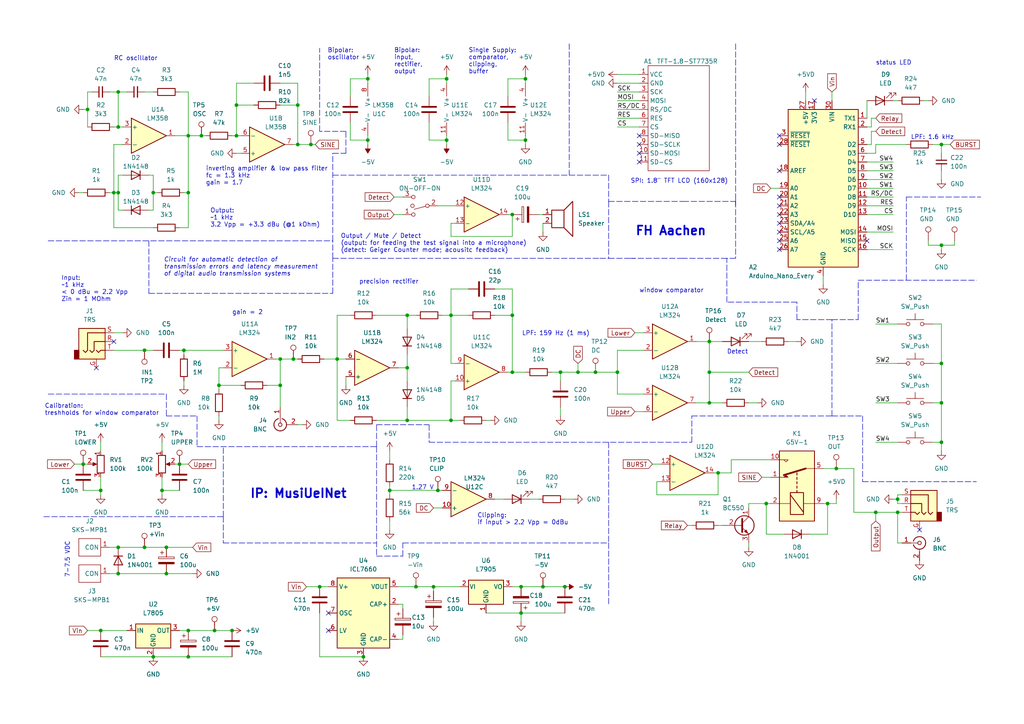
<source format=kicad_sch>
(kicad_sch (version 20250114) (generator "eeschema") (generator_version "9.0")
  (paper "A4")
  (title_block (title "Automatic Audio Measurement System") (date "2025-09-27") (rev "2.3") (company "FH Aachen") (comment 1 "Nils Angelmann"))
  (lib_symbols
    (symbol "A-Connectors:SKS-MPB1"
      (property "Reference" "J" (at 3.81 3.81 0))
      (property "Value" "SKS-MPB1" (at 5.08 -3.81 0))
      (symbol "SKS-MPB1_1_1"
        (pin power_in line (at 0 0 0) (length 2.54) (name "CON") (number "1"))
      )
    )
    (symbol "A-Display:TFT-1.8-ST7735R"
      (property "Reference" "A" (at 1.27 2.54 0))
      (property "Value" "TFT-1.8-ST7735R" (at 8.89 0 0))
      (symbol "TFT-1.8-ST7735R_1_1"
        (pin power_in line (at -2.54 -3.81 0) (length 2.54) (name "VCC") (number "1"))
        (pin power_in line (at -2.54 -6.35 0) (length 2.54) (name "GND") (number "2"))
        (pin power_in line (at -2.54 -8.89 0) (length 2.54) (name "SCK") (number "3"))
        (pin power_in line (at -2.54 -11.43 0) (length 2.54) (name "MOSI") (number "4"))
        (pin power_in line (at -2.54 -13.97 0) (length 2.54) (name "RS/DC") (number "5"))
        (pin power_in line (at -2.54 -16.51 0) (length 2.54) (name "RES") (number "6"))
        (pin power_in line (at -2.54 -19.05 0) (length 2.54) (name "CS") (number "7"))
        (pin power_in line (at -2.54 -21.59 0) (length 2.54) (name "SD-MISO") (number "8"))
        (pin power_in line (at -2.54 -24.13 0) (length 2.54) (name "SD-SCLK") (number "9"))
        (pin power_in line (at -2.54 -26.67 0) (length 2.54) (name "SD-MOSI") (number "10"))
        (pin power_in line (at -2.54 -29.21 0) (length 2.54) (name "SD-CS") (number "11"))
      )
    )
    (symbol "Amplifier_Operational:LM324" (pin_names (offset 0.127))
      (property "Reference" "U" (at 0 5.08 0))
      (property "Value" "LM324" (at 0 -5.08 0))
      (symbol "LM324_1_1"
        (pin input line (at -7.62 2.54 0) (length 2.54) (name "+") (number "3"))
        (pin input line (at -7.62 -2.54 0) (length 2.54) (name "-") (number "2"))
        (pin output line (at 7.62 0 180) (length 2.54) (name "~") (number "1"))
      )
      (symbol "LM324_2_1"
        (pin input line (at -7.62 2.54 0) (length 2.54) (name "+") (number "5"))
        (pin input line (at -7.62 -2.54 0) (length 2.54) (name "-") (number "6"))
        (pin output line (at 7.62 0 180) (length 2.54) (name "~") (number "7"))
      )
      (symbol "LM324_3_1"
        (pin input line (at -7.62 2.54 0) (length 2.54) (name "+") (number "10"))
        (pin input line (at -7.62 -2.54 0) (length 2.54) (name "-") (number "9"))
        (pin output line (at 7.62 0 180) (length 2.54) (name "~") (number "8"))
      )
      (symbol "LM324_4_1"
        (pin input line (at -7.62 2.54 0) (length 2.54) (name "+") (number "12"))
        (pin input line (at -7.62 -2.54 0) (length 2.54) (name "-") (number "13"))
        (pin output line (at 7.62 0 180) (length 2.54) (name "~") (number "14"))
      )
      (symbol "LM324_5_1"
        (pin power_in line (at -2.54 7.62 270) (length 3.81) (name "V+") (number "4"))
        (pin power_in line (at -2.54 -7.62 90) (length 3.81) (name "V-") (number "11"))
      )
    )
    (symbol "Amplifier_Operational:LM358" (pin_names (offset 0.127))
      (property "Reference" "U" (at 0 5.08 0))
      (property "Value" "LM358" (at 0 -5.08 0))
      (symbol "LM358_1_1"
        (pin input line (at -7.62 2.54 0) (length 2.54) (name "+") (number "3"))
        (pin input line (at -7.62 -2.54 0) (length 2.54) (name "-") (number "2"))
        (pin output line (at 7.62 0 180) (length 2.54) (name "~") (number "1"))
      )
      (symbol "LM358_2_1"
        (pin input line (at -7.62 2.54 0) (length 2.54) (name "+") (number "5"))
        (pin input line (at -7.62 -2.54 0) (length 2.54) (name "-") (number "6"))
        (pin output line (at 7.62 0 180) (length 2.54) (name "~") (number "7"))
      )
      (symbol "LM358_3_1"
        (pin power_in line (at -2.54 7.62 270) (length 3.81) (name "V+") (number "8"))
        (pin power_in line (at -2.54 -7.62 90) (length 3.81) (name "V-") (number "4"))
      )
    )
    (symbol "Connector:AudioJack3_Ground"
      (property "Reference" "J" (at 0 8.89 0))
      (property "Value" "AudioJack3_Ground" (at 0 6.35 0))
      (symbol "AudioJack3_Ground_1_1"
        (pin passive line (at 0 -7.62 90) (length 2.54) (name "~") (number "G"))
        (pin passive line (at 5.08 2.54 180) (length 2.54) (name "~") (number "S"))
        (pin passive line (at 5.08 0 180) (length 2.54) (name "~") (number "R"))
        (pin passive line (at 5.08 -2.54 180) (length 2.54) (name "~") (number "T"))
      )
    )
    (symbol "Connector:Conn_Coaxial" (pin_names (offset 1.016) (hide yes))
      (property "Reference" "J" (at 0.254 3.048 0))
      (property "Value" "Conn_Coaxial" (at 2.921 0 90))
      (symbol "Conn_Coaxial_1_1"
        (pin passive line (at -5.08 0 0) (length 2.54) (name "In") (number "1"))
        (pin passive line (at 0 -5.08 90) (length 2.54) (name "Ext") (number "2"))
      )
    )
    (symbol "Connector:TestPoint" (pin_numbers (hide yes)) (pin_names (offset 0.762) (hide yes))
      (property "Reference" "TP" (at 0 6.858 0))
      (property "Value" "TestPoint" (at 0 5.08 0))
      (symbol "TestPoint_1_1"
        (pin passive line (at 0 0 90) (length 2.54) (name "1") (number "1"))
      )
    )
    (symbol "Device:C" (pin_numbers (hide yes)) (pin_names (offset 0.254))
      (property "Reference" "C" (at 0.635 2.54 0))
      (property "Value" "C" (at 0.635 -2.54 0))
      (symbol "C_1_1"
        (pin passive line (at 0 3.81 270) (length 2.794) (name "~") (number "1"))
        (pin passive line (at 0 -3.81 90) (length 2.794) (name "~") (number "2"))
      )
    )
    (symbol "Device:C_Polarized" (pin_numbers (hide yes)) (pin_names (offset 0.254))
      (property "Reference" "C" (at 0.635 2.54 0))
      (property "Value" "C_Polarized" (at 0.635 -2.54 0))
      (symbol "C_Polarized_1_1"
        (pin passive line (at 0 3.81 270) (length 2.794) (name "~") (number "1"))
        (pin passive line (at 0 -3.81 90) (length 2.794) (name "~") (number "2"))
      )
    )
    (symbol "Device:C_Small" (pin_numbers (hide yes)) (pin_names (offset 0.254) (hide yes))
      (property "Reference" "C" (at 0.254 1.778 0))
      (property "Value" "C_Small" (at 0.254 -2.032 0))
      (symbol "C_Small_1_1"
        (pin passive line (at 0 2.54 270) (length 2.032) (name "~") (number "1"))
        (pin passive line (at 0 -2.54 90) (length 2.032) (name "~") (number "2"))
      )
    )
    (symbol "Device:LED" (pin_numbers (hide yes)) (pin_names (offset 1.016) (hide yes))
      (property "Reference" "D" (at 0 2.54 0))
      (property "Value" "LED" (at 0 -2.54 0))
      (symbol "LED_1_1"
        (pin passive line (at -3.81 0 0) (length 2.54) (name "K") (number "1"))
        (pin passive line (at 3.81 0 180) (length 2.54) (name "A") (number "2"))
      )
    )
    (symbol "Device:R" (pin_numbers (hide yes)) (pin_names (offset 0))
      (property "Reference" "R" (at 2.032 0 90))
      (property "Value" "R" (at 0 0 90))
      (symbol "R_1_1"
        (pin passive line (at 0 3.81 270) (length 1.27) (name "~") (number "1"))
        (pin passive line (at 0 -3.81 90) (length 1.27) (name "~") (number "2"))
      )
    )
    (symbol "Device:R_Potentiometer" (pin_names (offset 1.016) (hide yes))
      (property "Reference" "RV" (at -4.445 0 90))
      (property "Value" "R_Potentiometer" (at -2.54 0 90))
      (symbol "R_Potentiometer_1_1"
        (pin passive line (at 0 3.81 270) (length 1.27) (name "1") (number "1"))
        (pin passive line (at 0 -3.81 90) (length 1.27) (name "3") (number "3"))
        (pin passive line (at 3.81 0 180) (length 1.27) (name "2") (number "2"))
      )
    )
    (symbol "Device:Speaker" (pin_names (offset 0) (hide yes))
      (property "Reference" "LS" (at 1.27 5.715 0))
      (property "Value" "Speaker" (at 1.27 3.81 0))
      (symbol "Speaker_1_1"
        (pin input line (at -5.08 0 0) (length 2.54) (name "1") (number "1"))
        (pin input line (at -5.08 -2.54 0) (length 2.54) (name "2") (number "2"))
      )
    )
    (symbol "Diode:1N4001" (pin_numbers (hide yes)) (pin_names (offset 1.016) (hide yes))
      (property "Reference" "D" (at 0 2.54 0))
      (property "Value" "1N4001" (at 0 -2.54 0))
      (symbol "1N4001_1_1"
        (pin passive line (at -3.81 0 0) (length 2.54) (name "K") (number "1"))
        (pin passive line (at 3.81 0 180) (length 2.54) (name "A") (number "2"))
      )
    )
    (symbol "Diode:1N4148" (pin_numbers (hide yes)) (pin_names (offset 1.016) (hide yes))
      (property "Reference" "D" (at 0 2.54 0))
      (property "Value" "1N4148" (at 0 -2.54 0))
      (symbol "1N4148_1_1"
        (pin passive line (at -3.81 0 0) (length 2.54) (name "K") (number "1"))
        (pin passive line (at 3.81 0 180) (length 2.54) (name "A") (number "2"))
      )
    )
    (symbol "MCU_Module:Arduino_Nano_Every"
      (property "Reference" "A" (at -10.16 23.495 0))
      (property "Value" "Arduino_Nano_Every" (at 5.08 -24.13 0))
      (symbol "Arduino_Nano_Every_1_1"
        (pin bidirectional line (at -12.7 20.32 0) (length 2.54) (name "TX1") (number "1"))
        (pin bidirectional line (at -12.7 17.78 0) (length 2.54) (name "RX1") (number "2"))
        (pin bidirectional line (at -12.7 12.7 0) (length 2.54) (name "D2") (number "5"))
        (pin bidirectional line (at -12.7 10.16 0) (length 2.54) (name "D3") (number "6"))
        (pin bidirectional line (at -12.7 7.62 0) (length 2.54) (name "D4") (number "7"))
        (pin bidirectional line (at -12.7 5.08 0) (length 2.54) (name "D5") (number "8"))
        (pin bidirectional line (at -12.7 2.54 0) (length 2.54) (name "D6") (number "9"))
        (pin bidirectional line (at -12.7 0 0) (length 2.54) (name "D7") (number "10"))
        (pin bidirectional line (at -12.7 -2.54 0) (length 2.54) (name "D8") (number "11"))
        (pin bidirectional line (at -12.7 -5.08 0) (length 2.54) (name "D9") (number "12"))
        (pin bidirectional line (at -12.7 -7.62 0) (length 2.54) (name "D10") (number "13"))
        (pin bidirectional line (at -12.7 -12.7 0) (length 2.54) (name "MOSI") (number "14"))
        (pin bidirectional line (at -12.7 -15.24 0) (length 2.54) (name "MISO") (number "15"))
        (pin bidirectional line (at -12.7 -17.78 0) (length 2.54) (name "SCK") (number "16"))
        (pin power_in line (at -2.54 25.4 270) (length 2.54) (name "VIN") (number "30"))
        (pin passive line (at 0 -25.4 90) (length 2.54) (hide yes) (name "GND") (number "29"))
        (pin power_in line (at 0 -25.4 90) (length 2.54) (name "GND") (number "4"))
        (pin power_out line (at 2.54 25.4 270) (length 2.54) (name "3V3") (number "17"))
        (pin power_out line (at 5.08 25.4 270) (length 2.54) (name "+5V") (number "27"))
        (pin input line (at 12.7 15.24 180) (length 2.54) (name "~{RESET}") (number "3"))
        (pin input line (at 12.7 12.7 180) (length 2.54) (name "~{RESET}") (number "28"))
        (pin input line (at 12.7 5.08 180) (length 2.54) (name "AREF") (number "18"))
        (pin bidirectional line (at 12.7 0 180) (length 2.54) (name "A0") (number "19"))
        (pin bidirectional line (at 12.7 -2.54 180) (length 2.54) (name "A1") (number "20"))
        (pin bidirectional line (at 12.7 -5.08 180) (length 2.54) (name "A2") (number "21"))
        (pin bidirectional line (at 12.7 -7.62 180) (length 2.54) (name "A3") (number "22"))
        (pin bidirectional line (at 12.7 -10.16 180) (length 2.54) (name "SDA/A4") (number "23"))
        (pin bidirectional line (at 12.7 -12.7 180) (length 2.54) (name "SCL/A5") (number "24"))
        (pin bidirectional line (at 12.7 -15.24 180) (length 2.54) (name "A6") (number "25"))
        (pin bidirectional line (at 12.7 -17.78 180) (length 2.54) (name "A7") (number "26"))
      )
    )
    (symbol "Regulator_Linear:L7805" (pin_names (offset 0.254))
      (property "Reference" "U" (at -3.81 3.175 0))
      (property "Value" "L7805" (at 0 3.175 0))
      (symbol "L7805_1_1"
        (pin power_in line (at -7.62 0 0) (length 2.54) (name "IN") (number "1"))
        (pin power_in line (at 0 -7.62 90) (length 2.54) (name "GND") (number "2"))
        (pin power_out line (at 7.62 0 180) (length 2.54) (name "OUT") (number "3"))
      )
    )
    (symbol "Regulator_Linear:L7905" (pin_names (offset 0.254))
      (property "Reference" "U" (at -3.81 -3.175 0))
      (property "Value" "L7905" (at 0 -3.175 0))
      (symbol "L7905_1_1"
        (pin power_in line (at -7.62 0 0) (length 2.54) (name "VI") (number "2"))
        (pin power_in line (at 0 7.62 270) (length 2.54) (name "GND") (number "1"))
        (pin power_out line (at 7.62 0 180) (length 2.54) (name "VO") (number "3"))
      )
    )
    (symbol "Regulator_SwitchedCapacitor:ICL7660"
      (property "Reference" "U" (at -6.35 11.43 0))
      (property "Value" "ICL7660" (at 3.81 11.43 0))
      (symbol "ICL7660_1_1"
        (pin power_in line (at -10.16 7.62 0) (length 2.54) (name "V+") (number "8"))
        (pin input line (at -10.16 0 0) (length 2.54) (name "OSC") (number "7"))
        (pin input line (at -10.16 -5.08 0) (length 2.54) (name "LV") (number "6"))
        (pin no_connect line (at -7.62 5.08 0) (length 2.54) (hide yes) (name "NC") (number "1"))
        (pin power_in line (at 0 -12.7 90) (length 2.54) (name "GND") (number "3"))
        (pin power_out line (at 10.16 7.62 180) (length 2.54) (name "VOUT") (number "5"))
        (pin input line (at 10.16 2.54 180) (length 2.54) (name "CAP+") (number "2"))
        (pin input line (at 10.16 -7.62 180) (length 2.54) (name "CAP-") (number "4"))
      )
    )
    (symbol "Relay:G5V-1"
      (property "Reference" "K" (at 11.43 3.81 0))
      (property "Value" "G5V-1" (at 11.43 1.27 0))
      (symbol "G5V-1_1_1"
        (pin passive line (at -5.08 7.62 270) (length 2.54) (name "~") (number "2"))
        (pin passive line (at -5.08 -7.62 90) (length 2.54) (name "~") (number "9"))
        (pin passive line (at 2.54 7.62 270) (length 2.54) (name "~") (number "1"))
        (pin passive line (at 5.08 -7.62 90) (length 2.54) (name "~") (number "5"))
        (pin passive line (at 5.08 -7.62 90) (length 2.54) (hide yes) (name "~") (number "6"))
        (pin passive line (at 7.62 7.62 270) (length 2.54) (name "~") (number "10"))
      )
    )
    (symbol "Switch:SW_Push" (pin_numbers (hide yes)) (pin_names (offset 1.016) (hide yes))
      (property "Reference" "SW" (at 1.27 2.54 0))
      (property "Value" "SW_Push" (at 0 -1.524 0))
      (symbol "SW_Push_0_1"
        (pin passive line (at -5.08 0 0) (length 2.54) (name "1") (number "1"))
        (pin passive line (at 5.08 0 180) (length 2.54) (name "2") (number "2"))
      )
    )
    (symbol "Switch:SW_SPDT_MSM" (pin_names (offset 0) (hide yes))
      (property "Reference" "SW" (at 0 5.08 0))
      (property "Value" "SW_SPDT_MSM" (at 0 -5.08 0))
      (symbol "SW_SPDT_MSM_1_1"
        (pin passive line (at -5.08 0 0) (length 2.54) (name "2") (number "2"))
        (pin passive line (at 5.08 2.54 180) (length 2.54) (name "1") (number "1"))
        (pin passive line (at 5.08 -2.54 180) (length 2.54) (name "3") (number "3"))
      )
    )
    (symbol "Transistor_BJT:BC550" (pin_names (offset 0) (hide yes))
      (property "Reference" "Q" (at 5.08 1.905 0))
      (property "Value" "BC550" (at 5.08 0 0))
      (symbol "BC550_1_1"
        (pin input line (at -5.08 0 0) (length 5.08) (name "B") (number "2"))
        (pin passive line (at 2.54 5.08 270) (length 2.54) (name "C") (number "1"))
        (pin passive line (at 2.54 -5.08 90) (length 2.54) (name "E") (number "3"))
      )
    )
    (symbol "power:+5V" (power) (pin_names (offset 0))
      (property "Value" "+5V" (at 0 3.556 0))
      (symbol "+5V_1_1"
        (pin power_in line (at 0 0 90) (length 0) (hide yes) (name "+5V") (number "1"))
      )
    )
    (symbol "power:+5VD" (power) (pin_names (offset 0))
      (property "Value" "+5VD" (at 0 3.556 0))
      (symbol "+5VD_1_1"
        (pin power_in line (at 0 0 90) (length 0) (hide yes) (name "+5VD") (number "1"))
      )
    )
    (symbol "power:-5V" (power) (pin_names (offset 0))
      (property "Value" "-5V" (at 0 3.81 0))
      (symbol "-5V_0_0"
        (pin power_in line (at 0 0 90) (length 0) (hide yes) (name "-5V") (number "1"))
      )
    )
    (symbol "power:GND" (power) (pin_names (offset 0))
      (property "Value" "GND" (at 0 -3.81 0))
      (symbol "GND_1_1"
        (pin power_in line (at 0 0 270) (length 0) (hide yes) (name "GND") (number "1"))
      )
    )
  )
  (text "status LED" (at 254 19.05 0) (effects (font (size 1.27 1.27)) (justify left bottom)))
  (text "gain = 2" (at 67.31 91.44 0) (effects (font (size 1.27 1.27)) (justify left bottom)))
  (text "Bipolar:\noscillator" (at 94.996 17.526 0) (effects (font (size 1.27 1.27)) (justify left bottom)))
  (text "LPF: 1.6 kHz" (at 264.16 40.64 0) (effects (font (size 1.27 1.27)) (justify left bottom)))
  (text "Clipping:\nif input > 2.2 Vpp = 0dBu" (at 138.43 152.4 0) (effects (font (size 1.27 1.27)) (justify left bottom)))
  (text "Circuit for automatic detection of\ntransmission errors and latency measurement\nof digital audio transmission systems" (at 47.498 80.264 0) (effects (font (size 1.27 1.27) (italic yes)) (justify left bottom)))
  (text "RC oscillator" (at 33.02 17.78 0) (effects (font (size 1.27 1.27)) (justify left bottom)))
  (text "Output:\n~1 kHz\n3.2 Vpp = +3.3 dBu (@1 kOhm)" (at 60.96 66.04 0) (effects (font (size 1.27 1.27)) (justify left bottom)))
  (text "Detect" (at 210.82 102.87 0) (effects (font (size 1.27 1.27)) (justify left bottom)))
  (text "window comparator" (at 185.42 85.09 0) (effects (font (size 1.27 1.27)) (justify left bottom)))
  (text "FH Aachen" (at 184.15 68.58 0) (effects (font (size 2.54 2.54) (thickness 0.508) (bold yes)) (justify left bottom)))
  (text "Output / Mute / Detect\n(output: for feeding the test signal into a microphone)\n(detect: Geiger Counter mode; acousitc feedback)\n" (at 98.806 73.406 0) (effects (font (size 1.27 1.27)) (justify left bottom)))
  (text "Calibration:\ntreshholds for window comparator" (at 12.954 120.65 0) (effects (font (size 1.27 1.27)) (justify left bottom)))
  (text "LPF: 159 Hz (1 ms)" (at 151.384 97.536 0) (effects (font (size 1.27 1.27)) (justify left bottom)))
  (text "Bipolar:\ninput,\nrectifier,\noutput" (at 114.3 21.59 0) (effects (font (size 1.27 1.27)) (justify left bottom)))
  (text "IP: MusiUeINet" (at 72.39 144.78 0) (effects (font (size 2.54 2.54) (thickness 0.508) (bold yes)) (justify left bottom)))
  (text "precision rectifier" (at 104.14 82.55 0) (effects (font (size 1.27 1.27)) (justify left bottom)))
  (text "Single Supply:\ncomparator,\nclipping,\nbuffer" (at 135.89 21.59 0) (effects (font (size 1.27 1.27)) (justify left bottom)))
  (text "Input:\n~1 kHz\n< 0 dBu = 2.2 Vpp\nZin = 1 MOhm" (at 17.78 87.63 0) (effects (font (size 1.27 1.27)) (justify left bottom)))
  (text "1.27 V" (at 119.38 142.24 0) (effects (font (size 1.27 1.27)) (justify left bottom)))
  (text "inverting amplifier & low pass filter\nfc = 1.3 kHz\ngain = 1.7" (at 59.69 53.848 0) (effects (font (size 1.27 1.27)) (justify left bottom)))
  (text "SPI: 1.8\" TFT LCD (160x128)" (at 182.88 53.34 0) (effects (font (size 1.27 1.27)) (justify left bottom)))
  (text "7-7.5 VDC" (at 20.32 167.64 90) (effects (font (size 1.27 1.27)) (justify left bottom)))
  (junction (at 129.54 40.64))
  (junction (at 53.34 101.6))
  (junction (at 118.11 91.44))
  (junction (at 260.35 144.78))
  (junction (at 151.13 177.8))
  (junction (at 46.99 142.24))
  (junction (at 29.21 142.24))
  (junction (at 205.74 107.95))
  (junction (at 54.61 39.37))
  (junction (at 127 142.24))
  (junction (at 205.74 99.06))
  (junction (at 68.58 30.48))
  (junction (at 222.25 146.05))
  (junction (at 68.58 39.37))
  (junction (at 48.26 158.75))
  (junction (at 260.35 148.59))
  (junction (at 54.61 182.88))
  (junction (at 29.21 182.88))
  (junction (at 97.79 104.14))
  (junction (at 148.59 107.95))
  (junction (at 41.91 101.6))
  (junction (at 34.29 36.83))
  (junction (at 44.45 190.5))
  (junction (at 125.73 170.18))
  (junction (at 34.29 166.37))
  (junction (at 118.11 121.92))
  (junction (at 106.68 22.86))
  (junction (at 172.72 107.95))
  (junction (at 273.05 116.84))
  (junction (at 25.4 31.75))
  (junction (at 58.42 39.37))
  (junction (at 54.61 55.88))
  (junction (at 162.56 107.95))
  (junction (at 85.09 104.14))
  (junction (at 34.29 26.67))
  (junction (at 148.59 62.23))
  (junction (at 90.17 41.91))
  (junction (at 41.91 158.75))
  (junction (at 167.64 107.95))
  (junction (at 130.81 91.44))
  (junction (at 106.68 40.64))
  (junction (at 52.07 134.62))
  (junction (at 54.61 190.5))
  (junction (at 63.5 111.76))
  (junction (at 44.45 55.88))
  (junction (at 273.05 128.27))
  (junction (at 120.65 170.18))
  (junction (at 129.54 22.86))
  (junction (at 273.05 41.91))
  (junction (at 67.31 182.88))
  (junction (at 130.81 121.92))
  (junction (at 113.03 142.24))
  (junction (at 208.28 137.16))
  (junction (at 163.83 170.18))
  (junction (at 81.28 111.76))
  (junction (at 273.05 71.12))
  (junction (at 92.71 170.18))
  (junction (at 33.02 55.88))
  (junction (at 86.36 30.48))
  (junction (at 179.07 107.95))
  (junction (at 242.57 135.89))
  (junction (at 34.29 55.88))
  (junction (at 105.41 190.5))
  (junction (at 148.59 91.44))
  (junction (at 86.36 41.91))
  (junction (at 62.23 182.88))
  (junction (at 81.28 104.14))
  (junction (at 254 148.59))
  (junction (at 205.74 116.84))
  (junction (at 157.48 170.18))
  (junction (at 152.4 40.64))
  (junction (at 24.13 134.62))
  (junction (at 48.26 166.37))
  (junction (at 151.13 170.18))
  (junction (at 273.05 105.41))
  (junction (at 118.11 106.68))
  (junction (at 240.03 146.05))
  (junction (at 34.29 158.75))
  (junction (at 152.4 22.86))
  (no_connect (at 185.42 41.91))
  (no_connect (at 95.25 182.88))
  (no_connect (at 226.06 62.23))
  (no_connect (at 236.22 29.21))
  (no_connect (at 185.42 39.37))
  (no_connect (at 266.7 153.67))
  (no_connect (at 251.46 69.85))
  (no_connect (at 226.06 72.39))
  (no_connect (at 185.42 44.45))
  (no_connect (at 226.06 69.85))
  (no_connect (at 95.25 177.8))
  (no_connect (at 226.06 59.69))
  (no_connect (at 33.02 99.06))
  (no_connect (at 226.06 39.37))
  (no_connect (at 226.06 64.77))
  (no_connect (at 27.94 106.68))
  (no_connect (at 226.06 41.91))
  (no_connect (at 185.42 46.99))
  (no_connect (at 226.06 57.15))
  (no_connect (at 226.06 49.53))
  (no_connect (at 226.06 67.31))
  (wire (pts (xy 120.65 170.18) (xy 115.57 170.18)))
  (wire (pts (xy 41.91 158.75) (xy 48.26 158.75)))
  (wire (pts (xy 273.05 44.45) (xy 273.05 41.91)))
  (wire (pts (xy 254 93.98) (xy 260.35 93.98)))
  (wire (pts (xy 81.28 104.14) (xy 85.09 104.14)))
  (wire (pts (xy 118.11 106.68) (xy 118.11 110.49)))
  (wire (pts (xy 130.81 91.44) (xy 130.81 105.41)))
  (wire (pts (xy 261.62 146.05) (xy 260.35 146.05)))
  (polyline (pts (xy 231.14 87.63) (xy 210.82 87.63)) (stroke (width 0) (type dash)))
  (wire (pts (xy 151.13 170.18) (xy 157.48 170.18)))
  (polyline (pts (xy 176.53 157.48) (xy 176.53 175.26)) (stroke (width 0) (type dash)))
  (polyline (pts (xy 210.82 87.63) (xy 210.82 74.93)) (stroke (width 0) (type dash)))
  (wire (pts (xy 44.45 50.8) (xy 44.45 55.88)))
  (wire (pts (xy 190.5 143.51) (xy 208.28 143.51)))
  (polyline (pts (xy 96.52 74.93) (xy 173.99 74.93)) (stroke (width 0) (type dash)))
  (wire (pts (xy 254 44.45) (xy 254 41.91)))
  (wire (pts (xy 152.4 40.64) (xy 152.4 39.37)))
  (wire (pts (xy 238.76 82.55) (xy 238.76 80.01)))
  (polyline (pts (xy 241.3 120.65) (xy 241.3 92.71)) (stroke (width 0) (type dash)))
  (polyline (pts (xy 96.52 69.85) (xy 96.52 44.45)) (stroke (width 0) (type dash)))
  (wire (pts (xy 101.6 27.94) (xy 101.6 22.86)))
  (polyline (pts (xy 176.53 50.8) (xy 176.53 58.42)) (stroke (width 0) (type dash)))
  (wire (pts (xy 251.46 59.69) (xy 259.08 59.69)))
  (wire (pts (xy 147.32 22.86) (xy 152.4 22.86)))
  (wire (pts (xy 251.46 46.99) (xy 259.08 46.99)))
  (wire (pts (xy 129.54 41.91) (xy 129.54 40.64)))
  (wire (pts (xy 251.46 41.91) (xy 252.73 41.91)))
  (wire (pts (xy 52.07 134.62) (xy 54.61 134.62)))
  (wire (pts (xy 260.35 146.05) (xy 260.35 144.78)))
  (wire (pts (xy 270.51 105.41) (xy 273.05 105.41)))
  (wire (pts (xy 81.28 111.76) (xy 77.47 111.76)))
  (polyline (pts (xy 176.53 128.27) (xy 176.53 148.59)) (stroke (width 0) (type dash)))
  (wire (pts (xy 259.08 144.78) (xy 260.35 144.78)))
  (wire (pts (xy 260.35 157.48) (xy 261.62 157.48)))
  (wire (pts (xy 147.32 62.23) (xy 148.59 62.23)))
  (wire (pts (xy 179.07 29.21) (xy 185.42 29.21)))
  (wire (pts (xy 43.18 50.8) (xy 44.45 50.8)))
  (polyline (pts (xy 109.22 123.19) (xy 124.46 123.19)) (stroke (width 0) (type dash)))
  (wire (pts (xy 208.28 137.16) (xy 207.01 137.16)))
  (wire (pts (xy 205.74 99.06) (xy 209.55 99.06)))
  (wire (pts (xy 127 142.24) (xy 128.27 142.24)))
  (wire (pts (xy 220.98 138.43) (xy 223.52 138.43)))
  (wire (pts (xy 251.46 49.53) (xy 259.08 49.53)))
  (wire (pts (xy 251.46 29.21) (xy 251.46 34.29)))
  (polyline (pts (xy 64.77 149.86) (xy 64.77 129.54)) (stroke (width 0) (type dash)))
  (wire (pts (xy 148.59 91.44) (xy 143.51 91.44)))
  (wire (pts (xy 152.4 41.91) (xy 152.4 40.64)))
  (polyline (pts (xy 165.1 12.7) (xy 165.1 50.8)) (stroke (width 0) (type dash)))
  (wire (pts (xy 67.31 39.37) (xy 68.58 39.37)))
  (wire (pts (xy 34.29 158.75) (xy 41.91 158.75)))
  (wire (pts (xy 118.11 102.87) (xy 118.11 106.68)))
  (polyline (pts (xy 116.84 161.29) (xy 116.84 157.48)) (stroke (width 0) (type dash)))
  (wire (pts (xy 273.05 105.41) (xy 273.05 93.98)))
  (wire (pts (xy 34.29 50.8) (xy 35.56 50.8)))
  (wire (pts (xy 41.91 26.67) (xy 44.45 26.67)))
  (wire (pts (xy 33.02 36.83) (xy 34.29 36.83)))
  (polyline (pts (xy 96.52 44.45) (xy 100.33 44.45)) (stroke (width 0) (type dash)))
  (wire (pts (xy 92.71 177.8) (xy 92.71 190.5)))
  (wire (pts (xy 179.07 101.6) (xy 186.69 101.6)))
  (wire (pts (xy 109.22 121.92) (xy 118.11 121.92)))
  (wire (pts (xy 222.25 146.05) (xy 223.52 146.05)))
  (wire (pts (xy 124.46 40.64) (xy 129.54 40.64)))
  (wire (pts (xy 205.74 116.84) (xy 209.55 116.84)))
  (wire (pts (xy 54.61 26.67) (xy 54.61 39.37)))
  (wire (pts (xy 135.89 83.82) (xy 130.81 83.82)))
  (wire (pts (xy 217.17 147.32) (xy 217.17 146.05)))
  (wire (pts (xy 124.46 22.86) (xy 129.54 22.86)))
  (wire (pts (xy 80.01 104.14) (xy 81.28 104.14)))
  (wire (pts (xy 130.81 83.82) (xy 130.81 91.44)))
  (wire (pts (xy 273.05 93.98) (xy 270.51 93.98)))
  (wire (pts (xy 73.66 24.13) (xy 68.58 24.13)))
  (wire (pts (xy 46.99 142.24) (xy 46.99 143.51)))
  (polyline (pts (xy 176.53 58.42) (xy 198.12 58.42)) (stroke (width 0) (type dash)))
  (wire (pts (xy 208.28 152.4) (xy 209.55 152.4)))
  (wire (pts (xy 50.8 134.62) (xy 52.07 134.62)))
  (wire (pts (xy 242.57 135.89) (xy 247.65 135.89)))
  (polyline (pts (xy 92.71 38.1) (xy 92.71 13.97)) (stroke (width 0) (type dash)))
  (wire (pts (xy 151.13 177.8) (xy 163.83 177.8)))
  (polyline (pts (xy 100.33 38.1) (xy 92.71 38.1)) (stroke (width 0) (type dash)))
  (wire (pts (xy 34.29 26.67) (xy 34.29 36.83)))
  (wire (pts (xy 52.07 26.67) (xy 54.61 26.67)))
  (wire (pts (xy 54.61 182.88) (xy 62.23 182.88)))
  (wire (pts (xy 190.5 139.7) (xy 190.5 143.51)))
  (wire (pts (xy 276.86 71.12) (xy 273.05 71.12)))
  (wire (pts (xy 54.61 190.5) (xy 67.31 190.5)))
  (wire (pts (xy 251.46 54.61) (xy 259.08 54.61)))
  (wire (pts (xy 148.59 170.18) (xy 151.13 170.18)))
  (wire (pts (xy 118.11 91.44) (xy 120.65 91.44)))
  (wire (pts (xy 260.35 148.59) (xy 260.35 157.48)))
  (wire (pts (xy 148.59 107.95) (xy 147.32 107.95)))
  (wire (pts (xy 222.25 154.94) (xy 222.25 146.05)))
  (wire (pts (xy 92.71 170.18) (xy 95.25 170.18)))
  (wire (pts (xy 167.64 107.95) (xy 172.72 107.95)))
  (wire (pts (xy 29.21 128.27) (xy 29.21 130.81)))
  (wire (pts (xy 101.6 91.44) (xy 97.79 91.44)))
  (wire (pts (xy 54.61 39.37) (xy 58.42 39.37)))
  (wire (pts (xy 24.13 142.24) (xy 29.21 142.24)))
  (wire (pts (xy 208.28 143.51) (xy 208.28 137.16)))
  (wire (pts (xy 227.33 154.94) (xy 222.25 154.94)))
  (wire (pts (xy 113.03 151.13) (xy 113.03 153.67)))
  (polyline (pts (xy 109.22 161.29) (xy 116.84 161.29)) (stroke (width 0) (type dash)))
  (wire (pts (xy 251.46 72.39) (xy 259.08 72.39)))
  (wire (pts (xy 205.74 107.95) (xy 205.74 116.84)))
  (polyline (pts (xy 198.12 58.42) (xy 213.36 58.42)) (stroke (width 0) (type dash)))
  (wire (pts (xy 241.3 26.67) (xy 241.3 29.21)))
  (wire (pts (xy 179.07 107.95) (xy 179.07 114.3)))
  (polyline (pts (xy 43.18 85.09) (xy 96.52 85.09)) (stroke (width 0) (type dash)))
  (wire (pts (xy 251.46 52.07) (xy 259.08 52.07)))
  (polyline (pts (xy 13.97 114.3) (xy 48.26 114.3)) (stroke (width 0) (type dash)))
  (wire (pts (xy 118.11 121.92) (xy 118.11 118.11)))
  (wire (pts (xy 148.59 68.58) (xy 148.59 62.23)))
  (wire (pts (xy 273.05 128.27) (xy 273.05 116.84)))
  (wire (pts (xy 254 41.91) (xy 262.89 41.91)))
  (polyline (pts (xy 213.36 74.93) (xy 210.82 74.93)) (stroke (width 0) (type dash)))
  (polyline (pts (xy 248.92 81.28) (xy 283.21 81.28)) (stroke (width 0) (type dash)))
  (wire (pts (xy 254 116.84) (xy 260.35 116.84)))
  (wire (pts (xy 251.46 57.15) (xy 259.08 57.15)))
  (wire (pts (xy 251.46 36.83) (xy 252.73 36.83)))
  (wire (pts (xy 240.03 146.05) (xy 238.76 146.05)))
  (wire (pts (xy 269.24 71.12) (xy 273.05 71.12)))
  (wire (pts (xy 273.05 71.12) (xy 273.05 72.39)))
  (wire (pts (xy 252.73 41.91) (xy 252.73 38.1)))
  (wire (pts (xy 50.8 39.37) (xy 54.61 39.37)))
  (polyline (pts (xy 173.99 74.93) (xy 176.53 74.93)) (stroke (width 0) (type dash)))
  (wire (pts (xy 34.29 60.96) (xy 34.29 55.88)))
  (wire (pts (xy 100.33 109.22) (xy 100.33 111.76)))
  (wire (pts (xy 73.66 30.48) (xy 68.58 30.48)))
  (wire (pts (xy 33.02 66.04) (xy 33.02 55.88)))
  (polyline (pts (xy 248.92 92.71) (xy 248.92 81.28)) (stroke (width 0) (type dash)))
  (wire (pts (xy 270.51 128.27) (xy 273.05 128.27)))
  (wire (pts (xy 88.9 170.18) (xy 92.71 170.18)))
  (polyline (pts (xy 64.77 157.48) (xy 109.22 157.48)) (stroke (width 0) (type dash)))
  (polyline (pts (xy 250.19 139.7) (xy 283.21 139.7)) (stroke (width 0) (type dash)))
  (wire (pts (xy 140.97 121.92) (xy 142.24 121.92)))
  (wire (pts (xy 157.48 64.77) (xy 157.48 67.31)))
  (wire (pts (xy 26.67 26.67) (xy 25.4 26.67)))
  (polyline (pts (xy 213.36 58.42) (xy 213.36 74.93)) (stroke (width 0) (type dash)))
  (wire (pts (xy 252.73 36.83) (xy 252.73 34.29)))
  (wire (pts (xy 86.36 41.91) (xy 85.09 41.91)))
  (wire (pts (xy 242.57 146.05) (xy 240.03 146.05)))
  (wire (pts (xy 147.32 27.94) (xy 147.32 22.86)))
  (polyline (pts (xy 198.12 74.93) (xy 182.88 74.93)) (stroke (width 0) (type dash)))
  (wire (pts (xy 63.5 106.68) (xy 64.77 106.68)))
  (wire (pts (xy 115.57 185.42) (xy 116.84 185.42)))
  (wire (pts (xy 251.46 62.23) (xy 259.08 62.23)))
  (wire (pts (xy 81.28 104.14) (xy 81.28 111.76)))
  (wire (pts (xy 106.68 21.59) (xy 106.68 22.86)))
  (wire (pts (xy 125.73 170.18) (xy 133.35 170.18)))
  (wire (pts (xy 205.74 99.06) (xy 205.74 107.95)))
  (wire (pts (xy 124.46 27.94) (xy 124.46 22.86)))
  (wire (pts (xy 251.46 67.31) (xy 259.08 67.31)))
  (polyline (pts (xy 213.36 12.7) (xy 213.36 57.15)) (stroke (width 0) (type dash)))
  (wire (pts (xy 130.81 121.92) (xy 133.35 121.92)))
  (wire (pts (xy 46.99 138.43) (xy 46.99 142.24)))
  (polyline (pts (xy 200.66 120.65) (xy 241.3 120.65)) (stroke (width 0) (type dash)))
  (wire (pts (xy 63.5 111.76) (xy 63.5 113.03)))
  (wire (pts (xy 63.5 111.76) (xy 63.5 106.68)))
  (wire (pts (xy 147.32 35.56) (xy 147.32 40.64)))
  (wire (pts (xy 86.36 24.13) (xy 86.36 30.48)))
  (wire (pts (xy 162.56 118.11) (xy 162.56 120.65)))
  (wire (pts (xy 48.26 158.75) (xy 55.88 158.75)))
  (wire (pts (xy 189.23 134.62) (xy 191.77 134.62)))
  (wire (pts (xy 212.09 137.16) (xy 208.28 137.16)))
  (wire (pts (xy 132.08 110.49) (xy 130.81 110.49)))
  (wire (pts (xy 24.13 134.62) (xy 25.4 134.62)))
  (wire (pts (xy 228.6 99.06) (xy 231.14 99.06)))
  (polyline (pts (xy 213.36 58.42) (xy 213.36 57.15)) (stroke (width 0) (type dash)))
  (polyline (pts (xy 109.22 129.54) (xy 109.22 161.29)) (stroke (width 0) (type dash)))
  (wire (pts (xy 114.3 57.15) (xy 116.84 57.15)))
  (polyline (pts (xy 57.15 129.54) (xy 109.22 129.54)) (stroke (width 0) (type dash)))
  (wire (pts (xy 127 59.69) (xy 132.08 59.69)))
  (wire (pts (xy 68.58 24.13) (xy 68.58 30.48)))
  (wire (pts (xy 238.76 135.89) (xy 242.57 135.89)))
  (polyline (pts (xy 241.3 120.65) (xy 250.19 120.65)) (stroke (width 0) (type dash)))
  (wire (pts (xy 143.51 144.78) (xy 146.05 144.78)))
  (wire (pts (xy 186.69 114.3) (xy 179.07 114.3)))
  (wire (pts (xy 233.68 26.67) (xy 233.68 29.21)))
  (wire (pts (xy 130.81 68.58) (xy 148.59 68.58)))
  (wire (pts (xy 101.6 22.86) (xy 106.68 22.86)))
  (wire (pts (xy 160.02 107.95) (xy 162.56 107.95)))
  (wire (pts (xy 90.17 41.91) (xy 91.44 41.91)))
  (wire (pts (xy 179.07 36.83) (xy 185.42 36.83)))
  (wire (pts (xy 52.07 182.88) (xy 54.61 182.88)))
  (wire (pts (xy 217.17 99.06) (xy 220.98 99.06)))
  (wire (pts (xy 29.21 182.88) (xy 36.83 182.88)))
  (wire (pts (xy 143.51 83.82) (xy 148.59 83.82)))
  (wire (pts (xy 234.95 154.94) (xy 240.03 154.94)))
  (wire (pts (xy 97.79 104.14) (xy 100.33 104.14)))
  (polyline (pts (xy 231.14 92.71) (xy 231.14 87.63)) (stroke (width 0) (type dash)))
  (wire (pts (xy 34.29 166.37) (xy 48.26 166.37)))
  (wire (pts (xy 267.97 29.21) (xy 269.24 29.21)))
  (wire (pts (xy 172.72 107.95) (xy 179.07 107.95)))
  (wire (pts (xy 124.46 35.56) (xy 124.46 40.64)))
  (wire (pts (xy 113.03 130.81) (xy 113.03 133.35)))
  (polyline (pts (xy 100.33 44.45) (xy 100.33 38.1)) (stroke (width 0) (type dash)))
  (wire (pts (xy 130.81 64.77) (xy 130.81 68.58)))
  (wire (pts (xy 48.26 166.37) (xy 55.88 166.37)))
  (wire (pts (xy 113.03 140.97) (xy 113.03 142.24)))
  (wire (pts (xy 31.75 166.37) (xy 34.29 166.37)))
  (wire (pts (xy 116.84 185.42) (xy 116.84 184.15)))
  (polyline (pts (xy 165.1 157.48) (xy 176.53 157.48)) (stroke (width 0) (type dash)))
  (wire (pts (xy 129.54 21.59) (xy 129.54 22.86)))
  (wire (pts (xy 201.93 99.06) (xy 205.74 99.06)))
  (wire (pts (xy 22.86 55.88) (xy 24.13 55.88)))
  (polyline (pts (xy 200.66 128.27) (xy 200.66 120.65)) (stroke (width 0) (type dash)))
  (polyline (pts (xy 96.52 74.93) (xy 96.52 69.85)) (stroke (width 0) (type dash)))
  (wire (pts (xy 86.36 41.91) (xy 90.17 41.91)))
  (wire (pts (xy 46.99 128.27) (xy 46.99 130.81)))
  (polyline (pts (xy 213.36 58.42) (xy 213.36 59.69)) (stroke (width 0) (type dash)))
  (wire (pts (xy 147.32 40.64) (xy 152.4 40.64)))
  (wire (pts (xy 33.02 41.91) (xy 33.02 55.88)))
  (polyline (pts (xy 262.89 57.15) (xy 284.48 57.15)) (stroke (width 0) (type dash)))
  (wire (pts (xy 114.3 62.23) (xy 116.84 62.23)))
  (wire (pts (xy 53.34 110.49) (xy 53.34 111.76)))
  (polyline (pts (xy 48.26 114.3) (xy 48.26 120.65)) (stroke (width 0) (type dash)))
  (wire (pts (xy 191.77 139.7) (xy 190.5 139.7)))
  (wire (pts (xy 273.05 52.07) (xy 273.05 49.53)))
  (wire (pts (xy 58.42 39.37) (xy 59.69 39.37)))
  (wire (pts (xy 29.21 190.5) (xy 44.45 190.5)))
  (wire (pts (xy 260.35 148.59) (xy 261.62 148.59)))
  (wire (pts (xy 54.61 66.04) (xy 54.61 55.88)))
  (wire (pts (xy 273.05 41.91) (xy 270.51 41.91)))
  (wire (pts (xy 125.73 170.18) (xy 120.65 170.18)))
  (wire (pts (xy 44.45 55.88) (xy 44.45 60.96)))
  (wire (pts (xy 148.59 83.82) (xy 148.59 91.44)))
  (polyline (pts (xy 241.3 92.71) (xy 231.14 92.71)) (stroke (width 0) (type dash)))
  (wire (pts (xy 217.17 146.05) (xy 222.25 146.05)))
  (wire (pts (xy 34.29 36.83) (xy 35.56 36.83)))
  (polyline (pts (xy 241.3 92.71) (xy 248.92 92.71)) (stroke (width 0) (type dash)))
  (wire (pts (xy 125.73 179.07) (xy 125.73 180.34)))
  (wire (pts (xy 21.59 134.62) (xy 24.13 134.62)))
  (wire (pts (xy 205.74 107.95) (xy 217.17 107.95)))
  (polyline (pts (xy 12.7 149.86) (xy 64.77 149.86)) (stroke (width 0) (type dash)))
  (polyline (pts (xy 109.22 129.54) (xy 109.22 123.19)) (stroke (width 0) (type dash)))
  (wire (pts (xy 199.39 152.4) (xy 200.66 152.4)))
  (wire (pts (xy 113.03 142.24) (xy 113.03 143.51)))
  (wire (pts (xy 128.27 91.44) (xy 130.81 91.44)))
  (polyline (pts (xy 176.53 148.59) (xy 176.53 157.48)) (stroke (width 0) (type dash)))
  (wire (pts (xy 148.59 107.95) (xy 148.59 91.44)))
  (wire (pts (xy 101.6 121.92) (xy 97.79 121.92)))
  (wire (pts (xy 270.51 116.84) (xy 273.05 116.84)))
  (wire (pts (xy 259.08 29.21) (xy 260.35 29.21)))
  (wire (pts (xy 148.59 107.95) (xy 152.4 107.95)))
  (wire (pts (xy 152.4 22.86) (xy 152.4 24.13)))
  (wire (pts (xy 81.28 111.76) (xy 81.28 118.11)))
  (wire (pts (xy 254 128.27) (xy 260.35 128.27)))
  (wire (pts (xy 81.28 24.13) (xy 86.36 24.13)))
  (wire (pts (xy 53.34 101.6) (xy 64.77 101.6)))
  (wire (pts (xy 130.81 110.49) (xy 130.81 121.92)))
  (polyline (pts (xy 250.19 120.65) (xy 250.19 139.7)) (stroke (width 0) (type dash)))
  (wire (pts (xy 217.17 116.84) (xy 219.71 116.84)))
  (wire (pts (xy 36.83 26.67) (xy 34.29 26.67)))
  (wire (pts (xy 125.73 171.45) (xy 125.73 170.18)))
  (wire (pts (xy 179.07 31.75) (xy 185.42 31.75)))
  (polyline (pts (xy 210.82 74.93) (xy 198.12 74.93)) (stroke (width 0) (type dash)))
  (wire (pts (xy 130.81 105.41) (xy 132.08 105.41)))
  (wire (pts (xy 205.74 116.84) (xy 201.93 116.84)))
  (wire (pts (xy 33.02 101.6) (xy 41.91 101.6)))
  (wire (pts (xy 106.68 40.64) (xy 106.68 39.37)))
  (wire (pts (xy 223.52 54.61) (xy 226.06 54.61)))
  (wire (pts (xy 130.81 91.44) (xy 135.89 91.44)))
  (wire (pts (xy 46.99 142.24) (xy 52.07 142.24)))
  (wire (pts (xy 179.07 34.29) (xy 185.42 34.29)))
  (wire (pts (xy 69.85 111.76) (xy 63.5 111.76)))
  (wire (pts (xy 129.54 40.64) (xy 129.54 39.37)))
  (polyline (pts (xy 96.52 50.8) (xy 176.53 50.8)) (stroke (width 0) (type dash)))
  (wire (pts (xy 254 105.41) (xy 260.35 105.41)))
  (wire (pts (xy 179.07 101.6) (xy 179.07 107.95)))
  (wire (pts (xy 44.45 60.96) (xy 43.18 60.96)))
  (wire (pts (xy 261.62 143.51) (xy 260.35 143.51)))
  (polyline (pts (xy 176.53 74.93) (xy 184.15 74.93)) (stroke (width 0) (type dash)))
  (wire (pts (xy 86.36 30.48) (xy 86.36 41.91)))
  (wire (pts (xy 129.54 22.86) (xy 129.54 24.13)))
  (wire (pts (xy 33.02 55.88) (xy 34.29 55.88)))
  (wire (pts (xy 33.02 96.52) (xy 35.56 96.52)))
  (wire (pts (xy 44.45 55.88) (xy 45.72 55.88)))
  (wire (pts (xy 115.57 106.68) (xy 118.11 106.68)))
  (wire (pts (xy 125.73 147.32) (xy 128.27 147.32)))
  (wire (pts (xy 240.03 154.94) (xy 240.03 146.05)))
  (wire (pts (xy 68.58 44.45) (xy 69.85 44.45)))
  (wire (pts (xy 81.28 30.48) (xy 86.36 30.48)))
  (wire (pts (xy 156.21 62.23) (xy 157.48 62.23)))
  (wire (pts (xy 252.73 34.29) (xy 254 34.29)))
  (wire (pts (xy 44.45 190.5) (xy 54.61 190.5)))
  (wire (pts (xy 106.68 22.86) (xy 106.68 24.13)))
  (wire (pts (xy 179.07 21.59) (xy 185.42 21.59)))
  (wire (pts (xy 93.98 104.14) (xy 97.79 104.14)))
  (wire (pts (xy 97.79 121.92) (xy 97.79 104.14)))
  (wire (pts (xy 254 148.59) (xy 254 151.13)))
  (wire (pts (xy 167.64 105.41) (xy 167.64 107.95)))
  (wire (pts (xy 242.57 144.78) (xy 242.57 146.05)))
  (wire (pts (xy 116.84 176.53) (xy 116.84 175.26)))
  (wire (pts (xy 29.21 138.43) (xy 29.21 142.24)))
  (wire (pts (xy 118.11 95.25) (xy 118.11 91.44)))
  (wire (pts (xy 217.17 157.48) (xy 217.17 158.75)))
  (wire (pts (xy 86.36 123.19) (xy 87.63 123.19)))
  (wire (pts (xy 184.15 119.38) (xy 186.69 119.38)))
  (wire (pts (xy 184.15 96.52) (xy 186.69 96.52)))
  (wire (pts (xy 254 148.59) (xy 260.35 148.59)))
  (wire (pts (xy 24.13 31.75) (xy 25.4 31.75)))
  (polyline (pts (xy 96.52 85.09) (xy 96.52 74.93)) (stroke (width 0) (type dash)))
  (wire (pts (xy 85.09 104.14) (xy 86.36 104.14)))
  (wire (pts (xy 31.75 55.88) (xy 33.02 55.88)))
  (wire (pts (xy 25.4 182.88) (xy 29.21 182.88)))
  (wire (pts (xy 252.73 38.1) (xy 254 38.1)))
  (wire (pts (xy 269.24 69.85) (xy 269.24 71.12)))
  (wire (pts (xy 68.58 30.48) (xy 68.58 39.37)))
  (wire (pts (xy 167.64 107.95) (xy 162.56 107.95)))
  (wire (pts (xy 140.97 177.8) (xy 151.13 177.8)))
  (wire (pts (xy 247.65 148.59) (xy 254 148.59)))
  (wire (pts (xy 35.56 41.91) (xy 33.02 41.91)))
  (wire (pts (xy 31.75 158.75) (xy 34.29 158.75)))
  (wire (pts (xy 151.13 177.8) (xy 151.13 180.34)))
  (wire (pts (xy 152.4 21.59) (xy 152.4 22.86)))
  (polyline (pts (xy 43.18 69.85) (xy 43.18 85.09)) (stroke (width 0) (type dash)))
  (wire (pts (xy 113.03 142.24) (xy 127 142.24)))
  (wire (pts (xy 63.5 120.65) (xy 63.5 121.92)))
  (wire (pts (xy 118.11 121.92) (xy 130.81 121.92)))
  (wire (pts (xy 101.6 35.56) (xy 101.6 40.64)))
  (wire (pts (xy 29.21 142.24) (xy 29.21 143.51)))
  (polyline (pts (xy 124.46 128.27) (xy 200.66 128.27)) (stroke (width 0) (type dash)))
  (wire (pts (xy 97.79 91.44) (xy 97.79 104.14)))
  (wire (pts (xy 179.07 24.13) (xy 185.42 24.13)))
  (wire (pts (xy 132.08 64.77) (xy 130.81 64.77)))
  (wire (pts (xy 31.75 26.67) (xy 34.29 26.67)))
  (wire (pts (xy 251.46 44.45) (xy 254 44.45)))
  (polyline (pts (xy 13.97 69.85) (xy 96.52 69.85)) (stroke (width 0) (type dash)))
  (wire (pts (xy 92.71 190.5) (xy 105.41 190.5)))
  (wire (pts (xy 106.68 41.91) (xy 106.68 40.64)))
  (wire (pts (xy 52.07 101.6) (xy 53.34 101.6)))
  (wire (pts (xy 273.05 41.91) (xy 275.59 41.91)))
  (wire (pts (xy 212.09 133.35) (xy 223.52 133.35)))
  (wire (pts (xy 34.29 55.88) (xy 34.29 50.8)))
  (wire (pts (xy 41.91 101.6) (xy 44.45 101.6)))
  (wire (pts (xy 62.23 182.88) (xy 67.31 182.88)))
  (wire (pts (xy 25.4 31.75) (xy 25.4 36.83)))
  (polyline (pts (xy 176.53 58.42) (xy 176.53 74.93)) (stroke (width 0) (type dash)))
  (wire (pts (xy 101.6 40.64) (xy 106.68 40.64)))
  (polyline (pts (xy 262.89 81.28) (xy 262.89 57.15)) (stroke (width 0) (type dash)))
  (polyline (pts (xy 124.46 123.19) (xy 124.46 128.27)) (stroke (width 0) (type dash)))
  (wire (pts (xy 247.65 135.89) (xy 247.65 148.59)))
  (wire (pts (xy 273.05 116.84) (xy 273.05 105.41)))
  (polyline (pts (xy 57.15 120.65) (xy 57.15 129.54)) (stroke (width 0) (type dash)))
  (polyline (pts (xy 116.84 157.48) (xy 165.1 157.48)) (stroke (width 0) (type dash)))
  (wire (pts (xy 68.58 39.37) (xy 69.85 39.37)))
  (wire (pts (xy 260.35 143.51) (xy 260.35 144.78)))
  (wire (pts (xy 44.45 66.04) (xy 33.02 66.04)))
  (wire (pts (xy 157.48 170.18) (xy 163.83 170.18)))
  (wire (pts (xy 35.56 60.96) (xy 34.29 60.96)))
  (polyline (pts (xy 64.77 149.86) (xy 64.77 157.48)) (stroke (width 0) (type dash)))
  (wire (pts (xy 116.84 175.26) (xy 115.57 175.26)))
  (wire (pts (xy 162.56 107.95) (xy 162.56 110.49)))
  (wire (pts (xy 212.09 133.35) (xy 212.09 137.16)))
  (wire (pts (xy 273.05 130.81) (xy 273.05 128.27)))
  (polyline (pts (xy 48.26 120.65) (xy 57.15 120.65)) (stroke (width 0) (type dash)))
  (wire (pts (xy 54.61 55.88) (xy 54.61 39.37)))
  (wire (pts (xy 25.4 26.67) (xy 25.4 31.75)))
  (wire (pts (xy 163.83 144.78) (xy 166.37 144.78)))
  (wire (pts (xy 276.86 69.85) (xy 276.86 71.12)))
  (wire (pts (xy 153.67 144.78) (xy 156.21 144.78)))
  (wire (pts (xy 179.07 26.67) (xy 185.42 26.67)))
  (wire (pts (xy 53.34 55.88) (xy 54.61 55.88)))
  (wire (pts (xy 52.07 66.04) (xy 54.61 66.04)))
  (wire (pts (xy 53.34 101.6) (xy 53.34 102.87)))
  (wire (pts (xy 118.11 91.44) (xy 109.22 91.44)))
  (label "SW1" (at 259.08 54.61 180))
  (label "SW3" (at 259.08 49.53 180))
  (label "CS" (at 179.07 36.83 0))
  (label "SW2" (at 259.08 52.07 180))
  (label "SW1" (at 254 93.98 0))
  (label "SW4" (at 259.08 46.99 180))
  (label "MOSI" (at 179.07 29.21 0))
  (label "RES" (at 179.07 34.29 0))
  (label "SW4" (at 254 128.27 0))
  (label "SCK" (at 179.07 26.67 0))
  (label "MOSI" (at 259.08 67.31 180))
  (label "SW2" (at 254 105.41 0))
  (label "SW3" (at 254 116.84 0))
  (label "RS{slash}DC" (at 179.07 31.75 0))
  (label "SCK" (at 259.08 72.39 180))
  (label "RS{slash}DC" (at 259.08 57.15 180))
  (label "RES" (at 259.08 59.69 180))
  (label "CS" (at 259.08 62.23 180))
  (global_label "SINE" (shape input) (at 91.44 41.91 0) (property "Intersheetrefs" "${INTERSHEET_REFS}" (effects (hide yes))))
  (global_label "DC" (shape input) (at 223.52 54.61 180) (property "Intersheetrefs" "${INTERSHEET_REFS}" (effects (hide yes))))
  (global_label "Output" (shape input) (at 114.3 62.23 180) (property "Intersheetrefs" "${INTERSHEET_REFS}" (effects (hide yes))))
  (global_label "Vin" (shape input) (at 88.9 170.18 180) (property "Intersheetrefs" "${INTERSHEET_REFS}" (effects (hide yes))))
  (global_label "Vin" (shape input) (at 55.88 158.75 0) (property "Intersheetrefs" "${INTERSHEET_REFS}" (effects (hide yes))))
  (global_label "Lower" (shape input) (at 21.59 134.62 180) (property "Intersheetrefs" "${INTERSHEET_REFS}" (effects (hide yes))))
  (global_label "Upper" (shape input) (at 184.15 119.38 180) (property "Intersheetrefs" "${INTERSHEET_REFS}" (effects (hide yes))))
  (global_label "Detect" (shape input) (at 217.17 107.95 0) (property "Intersheetrefs" "${INTERSHEET_REFS}" (effects (hide yes))))
  (global_label "Detect" (shape input) (at 114.3 57.15 180) (property "Intersheetrefs" "${INTERSHEET_REFS}" (effects (hide yes))))
  (global_label "SINE" (shape input) (at 220.98 138.43 180) (property "Intersheetrefs" "${INTERSHEET_REFS}" (effects (hide yes))))
  (global_label "Upper" (shape input) (at 54.61 134.62 0) (property "Intersheetrefs" "${INTERSHEET_REFS}" (effects (hide yes))))
  (global_label "Relay" (shape input) (at 199.39 152.4 180) (property "Intersheetrefs" "${INTERSHEET_REFS}" (effects (hide yes))))
  (global_label "Lower" (shape input) (at 184.15 96.52 180) (property "Intersheetrefs" "${INTERSHEET_REFS}" (effects (hide yes))))
  (global_label "DC" (shape input) (at 167.64 105.41 90) (property "Intersheetrefs" "${INTERSHEET_REFS}" (effects (hide yes))))
  (global_label "Detect" (shape input) (at 254 38.1 0) (property "Intersheetrefs" "${INTERSHEET_REFS}" (effects (hide yes))))
  (global_label "DC" (shape input) (at 125.73 147.32 180) (property "Intersheetrefs" "${INTERSHEET_REFS}" (effects (hide yes))))
  (global_label "Vin" (shape input) (at 25.4 182.88 180) (property "Intersheetrefs" "${INTERSHEET_REFS}" (effects (hide yes))))
  (global_label "Vin" (shape input) (at 241.3 26.67 90) (property "Intersheetrefs" "${INTERSHEET_REFS}" (effects (hide yes))))
  (global_label "BURST" (shape input) (at 189.23 134.62 180) (property "Intersheetrefs" "${INTERSHEET_REFS}" (effects (hide yes))))
  (global_label "Output" (shape input) (at 254 151.13 270) (property "Intersheetrefs" "${INTERSHEET_REFS}" (effects (hide yes))))
  (global_label "Relay" (shape input) (at 254 34.29 0) (property "Intersheetrefs" "${INTERSHEET_REFS}" (effects (hide yes))))
  (global_label "BURST" (shape input) (at 275.59 41.91 0) (property "Intersheetrefs" "${INTERSHEET_REFS}" (effects (hide yes))))
  (symbol (lib_id "Device:R") (at 73.66 111.76 270) (mirror x) (unit 1)
    (property "Reference" "R9" (at 73.66 115.57 90))
    (property "Value" "10k" (at 73.66 118.11 90))
  )
  (symbol (lib_id "Device:R") (at 49.53 55.88 90) (unit 1)
    (property "Reference" "R5" (at 49.53 49.53 90))
    (property "Value" "1k" (at 49.53 52.07 90))
  )
  (symbol (lib_id "A-Connectors:SKS-MPB1") (at 31.75 158.75 0) (mirror y) (unit 1)
    (property "Reference" "J2" (at 26.035 151.13 0))
    (property "Value" "SKS-MPB1" (at 26.035 153.67 0))
    (property "Description" "https://www.reichelt.de/miniatur-pruefbuchse-2-mm-rot-mpb-1-rt-p12710.html?&trstct=pol_2&nbc=1" (effects (hide yes)))
  )
  (symbol (lib_id "Device:Speaker") (at 162.56 62.23 0) (unit 1)
    (property "Reference" "LS1" (at 167.64 62.2299 0) (effects (justify left)))
    (property "Value" "Speaker" (at 167.64 64.7699 0) (effects (justify left)))
    (property "Description" "https://www.reichelt.de/kleinlautsprecher-lsm-50m-k-f-0-5w-50ohm-lsm-50m-k-f-p145865.html?&trstct=pol_6&nbc=1" (effects (hide yes)))
  )
  (symbol (lib_id "Connector:TestPoint") (at 276.86 69.85 0) (unit 1)
    (property "Reference" "TP15" (at 274.32 60.96 0) (effects (justify left)))
    (property "Value" "GND" (at 274.32 63.5 0) (effects (justify left)))
    (property "Footprint" "TestPoint:TestPoint_Pad_D2.0mm" (effects (hide yes)))
  )
  (symbol (lib_id "power:GND") (at 142.24 121.92 90) (unit 1)
    (property "Reference" "#PWR025" (effects (hide yes)))
    (property "Value" "GND" (at 146.05 121.9199 90) (effects (justify right)))
  )
  (symbol (lib_id "power:GND") (at 273.05 72.39 0) (unit 1)
    (property "Reference" "#PWR044" (effects (hide yes)))
    (property "Value" "GND" (at 273.05 77.47 0))
  )
  (symbol (lib_id "power:+5VD") (at 233.68 26.67 0) (unit 1)
    (property "Reference" "#PWR037" (effects (hide yes)))
    (property "Value" "+5VD" (at 233.68 21.59 0))
  )
  (symbol (lib_id "Regulator_SwitchedCapacitor:ICL7660") (at 105.41 177.8 0) (unit 1)
    (property "Reference" "U4" (at 105.41 162.56 0))
    (property "Value" "ICL7660" (at 105.41 165.1 0))
    (property "Footprint" "Package_DIP:DIP-8_W10.16mm" (effects (hide yes)))
    (property "Datasheet" "http://datasheets.maximintegrated.com/en/ds/ICL7660-MAX1044.pdf" (effects (hide yes)))
    (property "Description" "https://www.reichelt.de/dc-dc-einstellbar-1-5--12-v-1-5--12-v-dil-8-icl-7660-acpaz-p188882.html?&trstct=pos_3&nbc=1" (effects (hide yes)))
  )
  (symbol (lib_id "Diode:1N4148") (at 39.37 50.8 180) (unit 1)
    (property "Reference" "D2" (at 39.37 45.72 0))
    (property "Value" "1N4148" (at 39.37 48.26 0))
    (property "Datasheet" "https://assets.nexperia.com/documents/data-sheet/1N4148_1N4448.pdf" (effects (hide yes)))
  )
  (symbol (lib_id "Device:C") (at 101.6 31.75 180) (unit 1)
    (property "Reference" "C12" (at 96.52 30.48 0))
    (property "Value" "100n" (at 96.52 33.02 0))
  )
  (symbol (lib_id "Device:R") (at 53.34 106.68 0) (unit 1)
    (property "Reference" "R6" (at 55.88 105.4099 0) (effects (justify left)))
    (property "Value" "1M" (at 55.88 107.9499 0) (effects (justify left)))
  )
  (symbol (lib_id "power:-5V") (at 106.68 41.91 180) (unit 1)
    (property "Reference" "#PWR019" (effects (hide yes)))
    (property "Value" "-5V" (at 106.68 46.99 0))
  )
  (symbol (lib_id "power:+5V") (at 129.54 21.59 0) (unit 1)
    (property "Reference" "#PWR023" (effects (hide yes)))
    (property "Value" "+5V" (at 129.54 16.51 0))
  )
  (symbol (lib_id "Connector:TestPoint") (at 127 142.24 0) (unit 1)
    (property "Reference" "TP10" (at 124.46 133.35 0) (effects (justify left)))
    (property "Value" "CLIP" (at 124.46 135.89 0) (effects (justify left)))
    (property "Footprint" "TestPoint:TestPoint_Pad_D2.0mm" (effects (hide yes)))
  )
  (symbol (lib_id "Device:R") (at 156.21 107.95 270) (mirror x) (unit 1)
    (property "Reference" "R19" (at 156.21 101.6 90))
    (property "Value" "10k" (at 156.21 104.14 90))
  )
  (symbol (lib_id "power:GND") (at 179.07 24.13 270) (unit 1)
    (property "Reference" "#PWR033" (effects (hide yes)))
    (property "Value" "GND" (at 171.45 24.13 90) (effects (justify left)))
  )
  (symbol (lib_id "Device:LED") (at 213.36 99.06 180) (unit 1)
    (property "Reference" "D7" (at 214.9475 91.44 0))
    (property "Value" "LED" (at 214.9475 93.98 0))
  )
  (symbol (lib_id "Device:R") (at 160.02 144.78 90) (mirror x) (unit 1)
    (property "Reference" "R20" (at 160.02 138.43 90))
    (property "Value" "4k7" (at 160.02 140.97 90))
  )
  (symbol (lib_id "power:GND") (at 29.21 143.51 0) (unit 1)
    (property "Reference" "#PWR04" (effects (hide yes)))
    (property "Value" "GND" (at 29.21 148.59 0))
  )
  (symbol (lib_id "Diode:1N4001") (at 34.29 162.56 270) (unit 1)
    (property "Reference" "D1" (at 36.83 161.2899 90) (effects (justify left)))
    (property "Value" "1N4001" (at 36.83 163.8299 90) (effects (justify left)))
    (property "Datasheet" "http://www.vishay.com/docs/88503/1n4001.pdf" (effects (hide yes)))
  )
  (symbol (lib_id "Device:C") (at 124.46 31.75 180) (unit 1)
    (property "Reference" "C14" (at 119.38 30.48 0))
    (property "Value" "100n" (at 119.38 33.02 0))
  )
  (symbol (lib_id "power:+5VD") (at 242.57 144.78 0) (unit 1)
    (property "Reference" "#PWR039" (effects (hide yes)))
    (property "Value" "+5VD" (at 242.57 139.7 0))
  )
  (symbol (lib_id "Connector:TestPoint") (at 157.48 170.18 0) (unit 1)
    (property "Reference" "TP11" (at 154.94 161.29 0) (effects (justify left)))
    (property "Value" "-5V" (at 154.94 163.83 0) (effects (justify left)))
    (property "Footprint" "TestPoint:TestPoint_Pad_D2.0mm" (effects (hide yes)))
  )
  (symbol (lib_id "Device:C") (at 162.56 114.3 180) (unit 1)
    (property "Reference" "C20" (at 166.37 113.0299 0) (effects (justify right)))
    (property "Value" "100n" (at 166.37 115.5699 0) (effects (justify right)))
  )
  (symbol (lib_id "Device:R") (at 264.16 29.21 90) (unit 1)
    (property "Reference" "R24" (at 264.16 22.86 90))
    (property "Value" "4k7" (at 264.16 25.4 90))
  )
  (symbol (lib_id "Device:C") (at 147.32 31.75 180) (unit 1)
    (property "Reference" "C17" (at 142.24 30.48 0))
    (property "Value" "100n" (at 142.24 33.02 0))
  )
  (symbol (lib_id "Amplifier_Operational:LM324") (at 199.39 137.16 0) (unit 4)
    (property "Reference" "U12" (at 204.47 129.54 0))
    (property "Value" "LM324" (at 204.47 132.08 0))
    (property "Datasheet" "http://www.ti.com/lit/ds/symlink/lm2902-n.pdf" (effects (hide yes)))
  )
  (symbol (lib_id "Diode:1N4148") (at 118.11 114.3 270) (mirror x) (unit 1)
    (property "Reference" "D5" (at 120.65 115.5701 90) (effects (justify left)))
    (property "Value" "1N4148" (at 120.65 113.0301 90) (effects (justify left)))
    (property "Datasheet" "https://assets.nexperia.com/documents/data-sheet/1N4148_1N4448.pdf" (effects (hide yes)))
  )
  (symbol (lib_id "Amplifier_Operational:LM358") (at 104.14 31.75 0) (mirror y) (unit 3)
    (property "Reference" "U1" (at 107.95 33.02 0) (effects (justify right)))
    (property "Value" "LM358" (at 107.95 30.48 0) (effects (justify right)))
    (property "Datasheet" "http://www.ti.com/lit/ds/symlink/lm2904-n.pdf" (effects (hide yes)))
  )
  (symbol (lib_id "Device:R") (at 90.17 104.14 270) (mirror x) (unit 1)
    (property "Reference" "R11" (at 90.17 97.79 90))
    (property "Value" "10k" (at 90.17 100.33 90))
  )
  (symbol (lib_id "Device:R") (at 224.79 99.06 270) (mirror x) (unit 1)
    (property "Reference" "R23" (at 224.79 92.71 90))
    (property "Value" "4k7" (at 224.79 95.25 90))
  )
  (symbol (lib_id "Device:R") (at 204.47 152.4 90) (unit 1)
    (property "Reference" "R21" (at 204.47 146.05 90))
    (property "Value" "1k" (at 204.47 148.59 90))
  )
  (symbol (lib_id "power:GND") (at 68.58 44.45 270) (unit 1)
    (property "Reference" "#PWR013" (effects (hide yes)))
    (property "Value" "GND" (at 60.96 44.45 90) (effects (justify left)))
  )
  (symbol (lib_id "A-Display:TFT-1.8-ST7735R") (at 187.96 17.78 0) (unit 1)
    (property "Reference" "A1" (at 186.69 17.78 0) (effects (justify left)))
    (property "Value" "TFT-1.8-ST7735R" (at 190.5 17.78 0) (effects (justify left)))
    (property "Description" "https://www.reichelt.de/entwicklerboards-display-led-1-8-128x160-st7735r-debo-tft-1-8-p192139.html?&trstct=pol_10&nbc=1" (effects (hide yes)))
  )
  (symbol (lib_id "Connector:TestPoint") (at 58.42 39.37 0) (unit 1)
    (property "Reference" "TP5" (at 55.88 30.48 0) (effects (justify left)))
    (property "Value" "OSC" (at 55.88 33.02 0) (effects (justify left)))
    (property "Footprint" "TestPoint:TestPoint_Pad_D2.0mm" (effects (hide yes)))
  )
  (symbol (lib_id "power:+5V") (at 29.21 128.27 0) (unit 1)
    (property "Reference" "#PWR03" (effects (hide yes)))
    (property "Value" "+5V" (at 29.21 123.19 0))
  )
  (symbol (lib_id "Amplifier_Operational:LM324") (at 72.39 104.14 0) (unit 1)
    (property "Reference" "U11" (at 72.39 93.98 0))
    (property "Value" "LM324" (at 72.39 96.52 0))
    (property "Datasheet" "http://www.ti.com/lit/ds/symlink/lm2902-n.pdf" (effects (hide yes)))
  )
  (symbol (lib_id "power:+5V") (at 113.03 130.81 0) (unit 1)
    (property "Reference" "#PWR020" (effects (hide yes)))
    (property "Value" "+5V" (at 113.03 125.73 0))
  )
  (symbol (lib_id "power:GND") (at 273.05 52.07 0) (unit 1)
    (property "Reference" "#PWR043" (effects (hide yes)))
    (property "Value" "GND" (at 275.59 53.3399 0) (effects (justify left)))
  )
  (symbol (lib_id "power:GND") (at 105.41 190.5 0) (unit 1)
    (property "Reference" "#PWR017" (effects (hide yes)))
    (property "Value" "GND" (at 105.41 195.58 0))
  )
  (symbol (lib_id "Amplifier_Operational:LM358") (at 77.47 41.91 0) (mirror x) (unit 2)
    (property "Reference" "U1" (at 80.01 34.29 0))
    (property "Value" "LM358" (at 80.01 36.83 0))
    (property "Datasheet" "http://www.ti.com/lit/ds/symlink/lm2904-n.pdf" (effects (hide yes)))
  )
  (symbol (lib_id "Diode:1N4148") (at 118.11 99.06 90) (unit 1)
    (property "Reference" "D4" (at 120.65 97.7899 90) (effects (justify right)))
    (property "Value" "1N4148" (at 120.65 100.3299 90) (effects (justify right)))
    (property "Datasheet" "https://assets.nexperia.com/documents/data-sheet/1N4148_1N4448.pdf" (effects (hide yes)))
  )
  (symbol (lib_id "Device:R") (at 137.16 121.92 270) (mirror x) (unit 1)
    (property "Reference" "R17" (at 137.16 115.57 90))
    (property "Value" "10k" (at 137.16 118.11 90))
  )
  (symbol (lib_id "Connector:AudioJack3_Ground") (at 27.94 99.06 0) (unit 1)
    (property "Reference" "J1" (at 26.035 90.17 0))
    (property "Value" "TRS" (at 26.035 92.71 0))
    (property "Description" "https://www.reichelt.de/klinkeneinbaubuchse-6-35-mm-stereo-neutrik-nr-j6hf-p116984.html?&trstct=pol_9&nbc=1" (effects (hide yes)))
  )
  (symbol (lib_id "MCU_Module:Arduino_Nano_Every") (at 238.76 54.61 0) (mirror y) (unit 1)
    (property "Reference" "A2" (at 217.17 77.47 0) (effects (justify right)))
    (property "Value" "Arduino_Nano_Every" (at 217.17 80.01 0) (effects (justify right)))
    (property "Datasheet" "https://content.arduino.cc/assets/NANOEveryV3.0_sch.pdf" (effects (hide yes)))
  )
  (symbol (lib_id "power:GND") (at 166.37 144.78 90) (unit 1)
    (property "Reference" "#PWR031" (effects (hide yes)))
    (property "Value" "GND" (at 170.18 144.7799 90) (effects (justify right)))
  )
  (symbol (lib_id "Device:R") (at 48.26 66.04 90) (unit 1)
    (property "Reference" "R4" (at 48.26 59.69 90))
    (property "Value" "3k3" (at 48.26 62.23 90))
  )
  (symbol (lib_id "power:-5V") (at 129.54 41.91 180) (unit 1)
    (property "Reference" "#PWR024" (effects (hide yes)))
    (property "Value" "-5V" (at 129.54 46.99 0))
  )
  (symbol (lib_id "Transistor_BJT:BC550") (at 214.63 152.4 0) (unit 1)
    (property "Reference" "Q1" (at 209.55 144.78 0) (effects (justify left)))
    (property "Value" "BC550" (at 209.55 147.32 0) (effects (justify left)))
    (property "Datasheet" "https://www.onsemi.com/pub/Collateral/BC550-D.pdf" (effects (hide yes)))
  )
  (symbol (lib_id "Switch:SW_Push") (at 265.43 116.84 0) (unit 1)
    (property "Reference" "SW4" (at 265.43 109.22 0))
    (property "Value" "SW_Push" (at 265.43 111.76 0))
  )
  (symbol (lib_id "Amplifier_Operational:LM324") (at 135.89 144.78 0) (mirror x) (unit 3)
    (property "Reference" "U12" (at 137.668 141.224 0))
    (property "Value" "LM324" (at 137.668 138.684 0))
    (property "Datasheet" "http://www.ti.com/lit/ds/symlink/lm2902-n.pdf" (effects (hide yes)))
  )
  (symbol (lib_id "Device:C_Polarized") (at 48.26 162.56 0) (unit 1)
    (property "Reference" "C6" (at 52.07 161.29 0) (effects (justify left)))
    (property "Value" "100u" (at 52.07 163.83 0) (effects (justify left)))
  )
  (symbol (lib_id "Device:C_Polarized") (at 116.84 180.34 0) (unit 1)
    (property "Reference" "C13" (at 119.38 179.07 0) (effects (justify left)))
    (property "Value" "10u" (at 119.38 181.61 0) (effects (justify left)))
  )
  (symbol (lib_id "Device:R") (at 139.7 91.44 270) (mirror x) (unit 1)
    (property "Reference" "R18" (at 144.78 86.36 90))
    (property "Value" "10k" (at 144.78 88.9 90))
  )
  (symbol (lib_id "Switch:SW_SPDT_MSM") (at 121.92 59.69 180) (unit 1)
    (property "Reference" "SW1" (at 121.793 52.07 0))
    (property "Value" "ON-OFF-ON" (at 121.793 54.61 0))
    (property "Description" "https://www.reichelt.de/kippschalter-6-a-125-vac-1x-ein-aus-ein-ms-167-p13141.html?&trstct=pol_1&nbc=1" (effects (hide yes)))
  )
  (symbol (lib_id "Connector:TestPoint") (at 52.07 134.62 0) (unit 1)
    (property "Reference" "TP4" (at 49.53 125.73 0) (effects (justify left)))
    (property "Value" "UPPER" (at 49.53 128.27 0) (effects (justify left)))
    (property "Footprint" "TestPoint:TestPoint_Pad_D2.0mm" (effects (hide yes)))
  )
  (symbol (lib_id "power:GND") (at 266.7 162.56 0) (unit 1)
    (property "Reference" "#PWR041" (effects (hide yes)))
    (property "Value" "GND" (at 266.7 167.64 0))
  )
  (symbol (lib_id "Connector:TestPoint") (at 24.13 134.62 0) (unit 1)
    (property "Reference" "TP1" (at 21.59 125.73 0) (effects (justify left)))
    (property "Value" "LOWER" (at 21.59 128.27 0) (effects (justify left)))
    (property "Footprint" "TestPoint:TestPoint_Pad_D2.0mm" (effects (hide yes)))
  )
  (symbol (lib_id "Connector:AudioJack3_Ground") (at 266.7 146.05 0) (mirror y) (unit 1)
    (property "Reference" "J5" (at 274.32 145.4149 0) (effects (justify right)))
    (property "Value" "TRS" (at 274.32 147.9549 0) (effects (justify right)))
    (property "Description" "https://www.reichelt.de/klinkeneinbaubuchse-6-35-mm-stereo-neutrik-nr-j6hf-p116984.html?&trstct=pol_9&nbc=1" (effects (hide yes)))
  )
  (symbol (lib_id "Device:R") (at 48.26 26.67 90) (unit 1)
    (property "Reference" "R3" (at 48.26 20.32 90))
    (property "Value" "3k3" (at 48.26 22.86 90))
  )
  (symbol (lib_id "Device:R") (at 266.7 41.91 90) (unit 1)
    (property "Reference" "R25" (at 266.7 44.45 90))
    (property "Value" "1k" (at 266.7 46.99 90))
  )
  (symbol (lib_id "Connector:TestPoint") (at 172.72 107.95 0) (unit 1)
    (property "Reference" "TP12" (at 171.45 99.06 0) (effects (justify left)))
    (property "Value" "DC" (at 171.45 101.6 0) (effects (justify left)))
    (property "Footprint" "TestPoint:TestPoint_Pad_D2.0mm" (effects (hide yes)))
  )
  (symbol (lib_id "Device:R") (at 29.21 36.83 90) (unit 1)
    (property "Reference" "R2" (at 29.21 30.48 90))
    (property "Value" "3k3" (at 29.21 33.02 90))
  )
  (symbol (lib_id "power:+5V") (at 106.68 21.59 0) (unit 1)
    (property "Reference" "#PWR018" (effects (hide yes)))
    (property "Value" "+5V" (at 106.68 16.51 0))
  )
  (symbol (lib_id "Device:R") (at 124.46 91.44 270) (mirror x) (unit 1)
    (property "Reference" "R16" (at 124.46 85.09 90))
    (property "Value" "10k" (at 124.46 87.63 90))
  )
  (symbol (lib_id "Connector:TestPoint") (at 242.57 135.89 0) (unit 1)
    (property "Reference" "TP13" (at 240.03 127 0) (effects (justify left)))
    (property "Value" "OUT" (at 240.03 129.54 0) (effects (justify left)))
    (property "Footprint" "TestPoint:TestPoint_Pad_D2.0mm" (effects (hide yes)))
  )
  (symbol (lib_id "Device:R") (at 105.41 121.92 270) (mirror x) (unit 1)
    (property "Reference" "R13" (at 105.41 115.57 90))
    (property "Value" "10k" (at 105.41 118.11 90))
  )
  (symbol (lib_id "Device:R") (at 113.03 147.32 0) (mirror y) (unit 1)
    (property "Reference" "R15" (at 115.57 146.0499 0) (effects (justify right)))
    (property "Value" "56k" (at 115.57 148.5899 0) (effects (justify right)))
  )
  (symbol (lib_id "power:GND") (at 162.56 120.65 0) (unit 1)
    (property "Reference" "#PWR029" (effects (hide yes)))
    (property "Value" "GND" (at 162.56 125.73 0))
  )
  (symbol (lib_id "A-Connectors:SKS-MPB1") (at 31.75 166.37 0) (mirror y) (unit 1)
    (property "Reference" "J3" (at 26.67 171.45 0))
    (property "Value" "SKS-MPB1" (at 26.67 173.99 0))
    (property "Description" "https://www.reichelt.de/miniatur-pruefbuchse-2-mm-schwarz-mpb-1-sw-p12711.html?&trstct=pol_3&nbc=1" (effects (hide yes)))
  )
  (symbol (lib_id "Device:R") (at 113.03 137.16 0) (mirror y) (unit 1)
    (property "Reference" "R14" (at 115.57 135.8899 0) (effects (justify right)))
    (property "Value" "220k" (at 115.57 138.4299 0) (effects (justify right)))
  )
  (symbol (lib_id "power:GND") (at 238.76 82.55 0) (unit 1)
    (property "Reference" "#PWR038" (effects (hide yes)))
    (property "Value" "GND" (at 238.76 87.63 0))
  )
  (symbol (lib_id "Amplifier_Operational:LM358") (at 43.18 39.37 0) (unit 1)
    (property "Reference" "U1" (at 45.72 31.75 0))
    (property "Value" "LM358" (at 45.72 34.29 0))
    (property "Datasheet" "http://www.ti.com/lit/ds/symlink/lm2904-n.pdf" (effects (hide yes)))
  )
  (symbol (lib_id "Amplifier_Operational:LM324") (at 139.7 107.95 0) (mirror x) (unit 3)
    (property "Reference" "U11" (at 139.7 97.79 0))
    (property "Value" "LM324" (at 139.7 100.33 0))
    (property "Datasheet" "http://www.ti.com/lit/ds/symlink/lm2902-n.pdf" (effects (hide yes)))
  )
  (symbol (lib_id "power:GND") (at 157.48 67.31 0) (unit 1)
    (property "Reference" "#PWR028" (effects (hide yes)))
    (property "Value" "GND" (at 157.48 72.39 0))
  )
  (symbol (lib_id "Amplifier_Operational:LM324") (at 132.08 31.75 0) (unit 5)
    (property "Reference" "U11" (at 130.81 30.4799 0) (effects (justify left)))
    (property "Value" "LM324" (at 130.81 33.0199 0) (effects (justify left)))
    (property "Datasheet" "http://www.ti.com/lit/ds/symlink/lm2902-n.pdf" (effects (hide yes)))
  )
  (symbol (lib_id "power:GND") (at 269.24 29.21 90) (unit 1)
    (property "Reference" "#PWR042" (effects (hide yes)))
    (property "Value" "GND" (at 273.05 29.2099 90) (effects (justify right)))
  )
  (symbol (lib_id "power:GND") (at 87.63 123.19 90) (unit 1)
    (property "Reference" "#PWR014" (effects (hide yes)))
    (property "Value" "GND" (at 91.44 123.1899 90) (effects (justify right)))
  )
  (symbol (lib_id "Connector:TestPoint") (at 41.91 158.75 0) (unit 1)
    (property "Reference" "TP3" (at 43.18 152.4 0) (effects (justify left)))
    (property "Value" "+Vin" (at 43.18 154.94 0) (effects (justify left)))
    (property "Footprint" "TestPoint:TestPoint_Pad_D2.0mm" (effects (hide yes)))
  )
  (symbol (lib_id "Device:C_Small") (at 273.05 46.99 0) (unit 1)
    (property "Reference" "C22" (at 275.59 45.7262 0) (effects (justify left)))
    (property "Value" "100n" (at 275.59 48.2662 0) (effects (justify left)))
  )
  (symbol (lib_id "Device:C_Polarized") (at 151.13 173.99 180) (unit 1)
    (property "Reference" "C18" (at 157.48 172.72 0) (effects (justify left)))
    (property "Value" "100u" (at 160.02 175.26 0) (effects (justify left)))
  )
  (symbol (lib_id "Amplifier_Operational:LM324") (at 107.95 106.68 0) (mirror x) (unit 2)
    (property "Reference" "U11" (at 107.95 96.52 0))
    (property "Value" "LM324" (at 107.95 99.06 0))
    (property "Datasheet" "http://www.ti.com/lit/ds/symlink/lm2902-n.pdf" (effects (hide yes)))
  )
  (symbol (lib_id "Device:C") (at 24.13 138.43 180) (unit 1)
    (property "Reference" "C1" (at 17.78 139.7 0) (effects (justify right)))
    (property "Value" "100n" (at 17.78 142.24 0) (effects (justify right)))
  )
  (symbol (lib_id "power:+5V") (at 46.99 128.27 0) (unit 1)
    (property "Reference" "#PWR07" (effects (hide yes)))
    (property "Value" "+5V" (at 46.99 123.19 0))
  )
  (symbol (lib_id "Device:C") (at 52.07 138.43 180) (unit 1)
    (property "Reference" "C7" (at 55.88 139.7 0) (effects (justify right)))
    (property "Value" "100n" (at 55.88 142.24 0) (effects (justify right)))
  )
  (symbol (lib_id "Device:C") (at 67.31 186.69 0) (unit 1)
    (property "Reference" "C9" (at 71.12 186.69 0) (effects (justify left)))
    (property "Value" "470n" (at 71.12 189.23 0) (effects (justify left)))
  )
  (symbol (lib_id "power:GND") (at 46.99 143.51 0) (unit 1)
    (property "Reference" "#PWR08" (effects (hide yes)))
    (property "Value" "GND" (at 46.99 148.59 0))
  )
  (symbol (lib_id "power:GND") (at 152.4 41.91 0) (unit 1)
    (property "Reference" "#PWR027" (effects (hide yes)))
    (property "Value" "GND" (at 152.4 46.99 0))
  )
  (symbol (lib_id "Diode:1N4001") (at 231.14 154.94 180) (unit 1)
    (property "Reference" "D8" (at 231.14 158.75 0))
    (property "Value" "1N4001" (at 231.14 161.29 0))
    (property "Datasheet" "http://www.vishay.com/docs/88503/1n4001.pdf" (effects (hide yes)))
  )
  (symbol (lib_id "power:GND") (at 44.45 190.5 0) (unit 1)
    (property "Reference" "#PWR06" (effects (hide yes)))
    (property "Value" "GND" (at 44.45 195.58 0))
  )
  (symbol (lib_id "Connector:Conn_Coaxial") (at 81.28 123.19 90) (mirror x) (unit 1)
    (property "Reference" "J4" (at 77.47 121.92 90) (effects (justify left)))
    (property "Value" "BNC" (at 77.47 124.46 90) (effects (justify left)))
    (property "Description" "https://www.reichelt.de/bnc-printeinbaubuchse-gewinkelt-50-ohm-ug-1094w1-p22018.html?&trstct=pol_4&nbc=1" (effects (hide yes)))
  )
  (symbol (lib_id "Diode:1N4148") (at 39.37 60.96 0) (unit 1)
    (property "Reference" "D3" (at 39.37 55.88 0))
    (property "Value" "1N4148" (at 39.37 58.42 0))
    (property "Datasheet" "https://assets.nexperia.com/documents/data-sheet/1N4148_1N4448.pdf" (effects (hide yes)))
  )
  (symbol (lib_id "Connector:TestPoint") (at 41.91 101.6 180) (unit 1)
    (property "Reference" "TP2" (at 44.45 110.49 0) (effects (justify left)))
    (property "Value" "IN1" (at 44.45 107.95 0) (effects (justify left)))
    (property "Footprint" "TestPoint:TestPoint_Pad_D2.0mm" (effects (hide yes)))
  )
  (symbol (lib_id "Device:R") (at 105.41 91.44 270) (mirror x) (unit 1)
    (property "Reference" "R12" (at 105.41 85.09 90))
    (property "Value" "10k" (at 105.41 87.63 90))
  )
  (symbol (lib_id "Connector:TestPoint") (at 90.17 41.91 0) (unit 1)
    (property "Reference" "TP8" (at 87.63 33.02 0) (effects (justify left)))
    (property "Value" "SINE" (at 87.63 35.56 0) (effects (justify left)))
    (property "Footprint" "TestPoint:TestPoint_Pad_D2.0mm" (effects (hide yes)))
  )
  (symbol (lib_id "power:GND") (at 35.56 96.52 90) (unit 1)
    (property "Reference" "#PWR05" (effects (hide yes)))
    (property "Value" "GND" (at 39.37 96.5199 90) (effects (justify right)))
  )
  (symbol (lib_id "power:GND") (at 55.88 166.37 90) (unit 1)
    (property "Reference" "#PWR010" (effects (hide yes)))
    (property "Value" "GND" (at 59.69 166.3699 90) (effects (justify right)))
  )
  (symbol (lib_id "Connector:TestPoint") (at 62.23 182.88 0) (unit 1)
    (property "Reference" "TP6" (at 59.69 173.99 0) (effects (justify left)))
    (property "Value" "+5V" (at 59.69 176.53 0) (effects (justify left)))
    (property "Footprint" "TestPoint:TestPoint_Pad_D2.0mm" (effects (hide yes)))
  )
  (symbol (lib_id "power:+5VD") (at 179.07 21.59 90) (unit 1)
    (property "Reference" "#PWR032" (effects (hide yes)))
    (property "Value" "+5VD" (at 170.18 21.59 90) (effects (justify right)))
  )
  (symbol (lib_id "power:GND") (at 113.03 153.67 0) (unit 1)
    (property "Reference" "#PWR021" (effects (hide yes)))
    (property "Value" "GND" (at 113.03 158.75 0))
  )
  (symbol (lib_id "Amplifier_Operational:LM324") (at 194.31 116.84 0) (unit 2)
    (property "Reference" "U12" (at 194.31 106.68 0))
    (property "Value" "LM324" (at 194.31 109.22 0))
    (property "Datasheet" "http://www.ti.com/lit/ds/symlink/lm2902-n.pdf" (effects (hide yes)))
  )
  (symbol (lib_id "Switch:SW_Push") (at 265.43 105.41 0) (unit 1)
    (property "Reference" "SW3" (at 265.43 97.79 0))
    (property "Value" "SW_Push" (at 265.43 100.33 0))
  )
  (symbol (lib_id "Device:R") (at 213.36 116.84 270) (mirror x) (unit 1)
    (property "Reference" "R22" (at 213.36 110.49 90))
    (property "Value" "10k" (at 213.36 113.03 90))
  )
  (symbol (lib_id "Device:R_Potentiometer") (at 29.21 134.62 0) (mirror y) (unit 1)
    (property "Reference" "RV1" (at 31.75 133.3499 0) (effects (justify right)))
    (property "Value" "100k" (at 31.75 135.8899 0) (effects (justify right)))
    (property "Description" "https://www.reichelt.de/drehpotentiometer-mono-100-kohm-linear-6-mm-rk09k113-lin100k-p73818.html?&trstct=pol_1&nbc=1" (effects (hide yes)))
  )
  (symbol (lib_id "power:GND") (at 53.34 111.76 0) (unit 1)
    (property "Reference" "#PWR09" (effects (hide yes)))
    (property "Value" "GND" (at 53.34 116.84 0))
  )
  (symbol (lib_id "Device:C") (at 139.7 83.82 90) (unit 1)
    (property "Reference" "C16" (at 143.51 78.74 90))
    (property "Value" "22p" (at 143.51 81.28 90))
  )
  (symbol (lib_id "Amplifier_Operational:LM324") (at 139.7 62.23 0) (unit 4)
    (property "Reference" "U11" (at 139.7 52.07 0))
    (property "Value" "LM324" (at 139.7 54.61 0))
    (property "Datasheet" "http://www.ti.com/lit/ds/symlink/lm2902-n.pdf" (effects (hide yes)))
  )
  (symbol (lib_id "Amplifier_Operational:LM324") (at 194.31 99.06 0) (unit 1)
    (property "Reference" "U12" (at 194.31 88.9 0))
    (property "Value" "LM324" (at 194.31 91.44 0))
    (property "Datasheet" "http://www.ti.com/lit/ds/symlink/lm2902-n.pdf" (effects (hide yes)))
  )
  (symbol (lib_id "Device:R") (at 63.5 39.37 90) (unit 1)
    (property "Reference" "R7" (at 63.5 33.02 90))
    (property "Value" "47k" (at 63.5 35.56 90))
  )
  (symbol (lib_id "power:GND") (at 151.13 180.34 0) (unit 1)
    (property "Reference" "#PWR0101" (effects (hide yes)))
    (property "Value" "GND" (at 151.13 185.42 0))
  )
  (symbol (lib_id "power:+5V") (at 152.4 21.59 0) (unit 1)
    (property "Reference" "#PWR026" (effects (hide yes)))
    (property "Value" "+5V" (at 152.4 16.51 0))
  )
  (symbol (lib_id "Connector:TestPoint") (at 85.09 104.14 0) (unit 1)
    (property "Reference" "TP7" (at 82.55 95.25 0) (effects (justify left)))
    (property "Value" "IN2" (at 82.55 97.79 0) (effects (justify left)))
    (property "Footprint" "TestPoint:TestPoint_Pad_D2.0mm" (effects (hide yes)))
  )
  (symbol (lib_id "power:GND") (at 219.71 116.84 90) (unit 1)
    (property "Reference" "#PWR035" (effects (hide yes)))
    (property "Value" "GND" (at 223.52 116.8399 90) (effects (justify right)))
  )
  (symbol (lib_id "Amplifier_Operational:LM324") (at 154.94 31.75 0) (unit 5)
    (property "Reference" "U12" (at 153.67 30.4799 0) (effects (justify left)))
    (property "Value" "LM324" (at 153.67 33.0199 0) (effects (justify left)))
    (property "Datasheet" "http://www.ti.com/lit/ds/symlink/lm2902-n.pdf" (effects (hide yes)))
  )
  (symbol (lib_id "Device:LED") (at 255.27 29.21 180) (unit 1)
    (property "Reference" "D9" (at 256.8575 21.59 0))
    (property "Value" "LED" (at 256.8575 24.13 0))
  )
  (symbol (lib_id "power:GND") (at 217.17 158.75 0) (unit 1)
    (property "Reference" "#PWR034" (effects (hide yes)))
    (property "Value" "GND" (at 217.17 163.83 0))
  )
  (symbol (lib_id "Device:C_Polarized") (at 152.4 62.23 90) (unit 1)
    (property "Reference" "C19" (at 151.511 54.61 90))
    (property "Value" "100u" (at 151.511 57.15 90))
  )
  (symbol (lib_id "power:+5V") (at 67.31 182.88 270) (unit 1)
    (property "Reference" "#PWR012" (effects (hide yes)))
    (property "Value" "+5V" (at 71.12 182.8799 90) (effects (justify left)))
  )
  (symbol (lib_id "Device:C") (at 77.47 24.13 90) (unit 1)
    (property "Reference" "C10" (at 82.55 19.05 90))
    (property "Value" "1n5" (at 82.55 21.59 90))
  )
  (symbol (lib_id "Device:C_Polarized") (at 54.61 186.69 0) (unit 1)
    (property "Reference" "C8" (at 58.42 185.42 0) (effects (justify left)))
    (property "Value" "100u" (at 58.42 187.96 0) (effects (justify left)))
  )
  (symbol (lib_id "Connector:TestPoint") (at 205.74 99.06 0) (unit 1)
    (property "Reference" "TP16" (at 204.47 90.17 0) (effects (justify left)))
    (property "Value" "Detect" (at 204.47 92.71 0) (effects (justify left)))
    (property "Footprint" "TestPoint:TestPoint_Pad_D2.0mm" (effects (hide yes)))
  )
  (symbol (lib_id "power:GND") (at 22.86 55.88 270) (unit 1)
    (property "Reference" "#PWR01" (effects (hide yes)))
    (property "Value" "GND" (at 19.05 55.8799 90) (effects (justify right)))
  )
  (symbol (lib_id "Device:R") (at 63.5 116.84 0) (mirror x) (unit 1)
    (property "Reference" "R8" (at 60.96 115.57 0) (effects (justify right)))
    (property "Value" "10k" (at 60.96 118.11 0) (effects (justify right)))
  )
  (symbol (lib_id "Switch:SW_Push") (at 265.43 93.98 0) (unit 1)
    (property "Reference" "SW2" (at 265.43 86.36 0))
    (property "Value" "SW_Push" (at 265.43 88.9 0))
  )
  (symbol (lib_id "Regulator_Linear:L7905") (at 140.97 170.18 0) (mirror x) (unit 1)
    (property "Reference" "U6" (at 140.97 162.56 0))
    (property "Value" "L7905" (at 140.97 165.1 0))
    (property "Datasheet" "http://www.st.com/content/ccc/resource/technical/document/datasheet/c9/16/86/41/c7/2b/45/f2/CD00000450.pdf/files/CD00000450.pdf/jcr:content/translations/en.CD00000450.pdf" (effects (hide yes)))
  )
  (symbol (lib_id "Device:C") (at 92.71 173.99 0) (unit 1)
    (property "Reference" "C11" (at 85.09 173.99 0) (effects (justify left)))
    (property "Value" "470n" (at 85.09 176.53 0) (effects (justify left)))
  )
  (symbol (lib_id "Switch:SW_Push") (at 265.43 128.27 0) (unit 1)
    (property "Reference" "SW5" (at 265.43 120.65 0))
    (property "Value" "SW_Push" (at 265.43 123.19 0))
  )
  (symbol (lib_id "Device:LED") (at 149.86 144.78 180) (unit 1)
    (property "Reference" "D6" (at 151.4475 137.16 0))
    (property "Value" "LED" (at 151.4475 139.7 0))
  )
  (symbol (lib_id "Device:R") (at 27.94 55.88 90) (unit 1)
    (property "Reference" "R1" (at 27.94 49.53 90))
    (property "Value" "1k" (at 27.94 52.07 90))
  )
  (symbol (lib_id "power:GND") (at 63.5 121.92 0) (unit 1)
    (property "Reference" "#PWR011" (effects (hide yes)))
    (property "Value" "GND" (at 63.5 127 0))
  )
  (symbol (lib_id "Connector:TestPoint") (at 120.65 170.18 0) (unit 1)
    (property "Reference" "TP9" (at 118.11 161.29 0) (effects (justify left)))
    (property "Value" "-Vin" (at 118.11 163.83 0) (effects (justify left)))
    (property "Footprint" "TestPoint:TestPoint_Pad_D2.0mm" (effects (hide yes)))
  )
  (symbol (lib_id "Device:C") (at 29.21 186.69 0) (unit 1)
    (property "Reference" "C3" (at 33.02 185.4199 0) (effects (justify left)))
    (property "Value" "470n" (at 33.02 187.9599 0) (effects (justify left)))
  )
  (symbol (lib_id "Device:C_Small") (at 29.21 26.67 90) (unit 1)
    (property "Reference" "C2" (at 29.2163 20.32 90))
    (property "Value" "47n" (at 29.2163 22.86 90))
  )
  (symbol (lib_id "Device:R_Potentiometer") (at 46.99 134.62 0) (unit 1)
    (property "Reference" "RV2" (at 44.45 133.3499 0) (effects (justify right)))
    (property "Value" "100k" (at 44.45 135.8899 0) (effects (justify right)))
    (property "Description" "https://www.reichelt.de/drehpotentiometer-mono-100-kohm-linear-6-mm-rk09k113-lin100k-p73818.html?&trstct=pol_1&nbc=1" (effects (hide yes)))
  )
  (symbol (lib_id "power:GND") (at 231.14 99.06 90) (unit 1)
    (property "Reference" "#PWR036" (effects (hide yes)))
    (property "Value" "GND" (at 234.95 99.0599 90) (effects (justify right)))
  )
  (symbol (lib_id "power:GND") (at 24.13 31.75 270) (unit 1)
    (property "Reference" "#PWR02" (effects (hide yes)))
    (property "Value" "GND" (at 20.32 31.7499 90) (effects (justify right)))
  )
  (symbol (lib_id "power:GND") (at 259.08 144.78 270) (unit 1)
    (property "Reference" "#PWR040" (effects (hide yes)))
    (property "Value" "GND" (at 255.27 144.7799 90) (effects (justify right)))
  )
  (symbol (lib_id "Connector:Conn_Coaxial") (at 266.7 157.48 0) (unit 1)
    (property "Reference" "J6" (at 270.51 156.5031 0) (effects (justify left)))
    (property "Value" "BNC" (at 270.51 159.0431 0) (effects (justify left)))
    (property "Description" "https://www.reichelt.de/bnc-printeinbaubuchse-gewinkelt-50-ohm-ug-1094w1-p22018.html?&trstct=pol_4&nbc=1" (effects (hide yes)))
  )
  (symbol (lib_id "Regulator_Linear:L7805") (at 44.45 182.88 0) (unit 1)
    (property "Reference" "U2" (at 44.45 175.26 0))
    (property "Value" "L7805" (at 44.45 177.8 0))
    (property "Datasheet" "http://www.st.com/content/ccc/resource/technical/document/datasheet/41/4f/b3/b0/12/d4/47/88/CD00000444.pdf/files/CD00000444.pdf/jcr:content/translations/en.CD00000444.pdf" (effects (hide yes)))
  )
  (symbol (lib_id "Device:R") (at 77.47 30.48 90) (unit 1)
    (property "Reference" "R10" (at 82.55 26.67 90))
    (property "Value" "82k" (at 82.55 29.21 90))
  )
  (symbol (lib_id "Device:C") (at 163.83 173.99 0) (unit 1)
    (property "Reference" "C21" (at 167.64 173.99 0) (effects (justify left)))
    (property "Value" "470n" (at 167.64 176.53 0) (effects (justify left)))
  )
  (symbol (lib_id "power:GND") (at 100.33 111.76 0) (unit 1)
    (property "Reference" "#PWR015" (effects (hide yes)))
    (property "Value" "GND" (at 100.33 116.84 0))
  )
  (symbol (lib_id "power:GND") (at 273.05 130.81 0) (unit 1)
    (property "Reference" "#PWR045" (effects (hide yes)))
    (property "Value" "GND" (at 273.05 135.89 0))
  )
  (symbol (lib_id "Device:C_Small") (at 39.37 26.67 90) (unit 1)
    (property "Reference" "C4" (at 39.3763 20.32 90))
    (property "Value" "47n" (at 39.3763 22.86 90))
  )
  (symbol (lib_id "Device:C") (at 48.26 101.6 90) (unit 1)
    (property "Reference" "C5" (at 48.26 93.98 90))
    (property "Value" "100n" (at 48.26 96.52 90))
  )
  (symbol (lib_id "Relay:G5V-1") (at 231.14 140.97 90) (unit 1)
    (property "Reference" "K1" (at 231.14 125.73 90))
    (property "Value" "G5V-1" (at 231.14 128.27 90))
    (property "Datasheet" "http://omronfs.omron.com/en_US/ecb/products/pdf/en-g5v_1.pdf" (effects (hide yes)))
    (property "Description" "https://www.reichelt.de/signalrelais-thd-5-vdc-1-a-1-wechsler-g5v-1-5dc-p243067.html?&trstct=pol_3&nbc=1" (effects (hide yes)))
  )
  (symbol (lib_id "Device:C_Polarized") (at 125.73 175.26 0) (unit 1)
    (property "Reference" "C15" (at 129.54 173.99 0) (effects (justify left)))
    (property "Value" "100u" (at 129.54 176.53 0) (effects (justify left)))
  )
  (symbol (lib_id "power:GND") (at 125.73 180.34 0) (unit 1)
    (property "Reference" "#PWR022" (effects (hide yes)))
    (property "Value" "GND" (at 125.73 185.42 0))
  )
  (symbol (lib_id "Connector:TestPoint") (at 269.24 69.85 0) (unit 1)
    (property "Reference" "TP14" (at 266.7 60.96 0) (effects (justify left)))
    (property "Value" "GND" (at 266.7 63.5 0) (effects (justify left)))
    (property "Footprint" "TestPoint:TestPoint_Pad_D2.0mm" (effects (hide yes)))
  )
  (symbol (lib_id "power:-5V") (at 163.83 170.18 270) (unit 1)
    (property "Reference" "#PWR030" (effects (hide yes)))
    (property "Value" "-5V" (at 167.64 170.1799 90) (effects (justify left)))
  )
)
</source>
